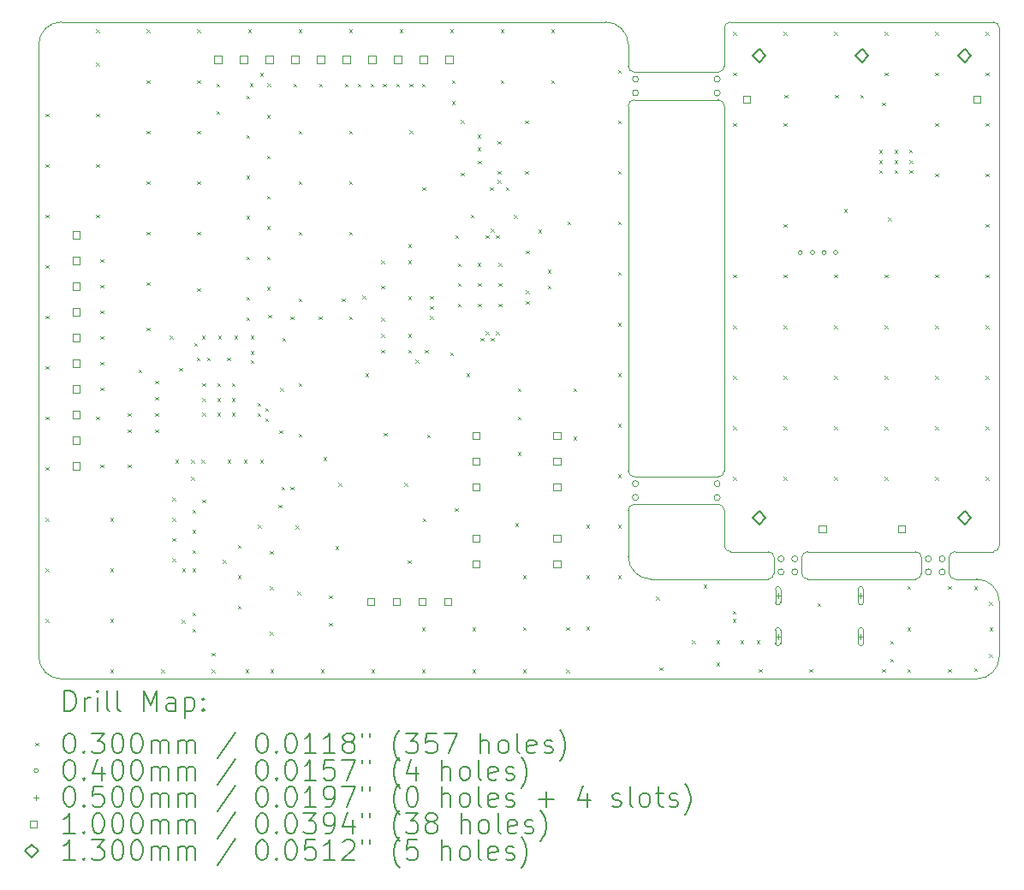
<source format=gbr>
%TF.GenerationSoftware,KiCad,Pcbnew,8.0.5*%
%TF.CreationDate,2024-09-26T23:10:05+07:00*%
%TF.ProjectId,HW.ACIM-DBG,48572e41-4349-44d2-9d44-42472e6b6963,0.1*%
%TF.SameCoordinates,Original*%
%TF.FileFunction,Drillmap*%
%TF.FilePolarity,Positive*%
%FSLAX45Y45*%
G04 Gerber Fmt 4.5, Leading zero omitted, Abs format (unit mm)*
G04 Created by KiCad (PCBNEW 8.0.5) date 2024-09-26 23:10:05*
%MOMM*%
%LPD*%
G01*
G04 APERTURE LIST*
%ADD10C,0.100000*%
%ADD11C,0.200000*%
%ADD12C,0.130000*%
G04 APERTURE END LIST*
D10*
X16577500Y-3525000D02*
X11197500Y-3525000D01*
X17711250Y-8093125D02*
G75*
G02*
X17651250Y-8093125I-30000J0D01*
G01*
X17651250Y-8093125D02*
G75*
G02*
X17711250Y-8093125I30000J0D01*
G01*
X17752500Y-7965000D02*
G75*
G02*
X17692500Y-8025000I-60000J0D01*
G01*
X20035000Y-9037500D02*
G75*
G02*
X19975000Y-8977500I0J60000D01*
G01*
X16903750Y-8229375D02*
G75*
G02*
X16843750Y-8229375I-30000J0D01*
G01*
X16843750Y-8229375D02*
G75*
G02*
X16903750Y-8229375I30000J0D01*
G01*
X11197500Y-10025000D02*
G75*
G02*
X10972500Y-9800000I0J225000D01*
G01*
X16802500Y-4355000D02*
X16802500Y-7965000D01*
X17711250Y-4226875D02*
G75*
G02*
X17651250Y-4226875I-30000J0D01*
G01*
X17651250Y-4226875D02*
G75*
G02*
X17711250Y-4226875I30000J0D01*
G01*
X20035000Y-8765000D02*
X20412500Y-8765000D01*
X18185000Y-9037500D02*
X17027500Y-9037500D01*
X17752500Y-8705000D02*
X17752500Y-8357500D01*
X17692500Y-8297500D02*
X16862500Y-8297500D01*
X17812500Y-8765000D02*
G75*
G02*
X17752500Y-8705000I0J60000D01*
G01*
X19702500Y-8825000D02*
X19702500Y-8977500D01*
X18577500Y-9037500D02*
G75*
G02*
X18517500Y-8977500I0J60000D01*
G01*
X16862500Y-4022500D02*
X17692500Y-4022500D01*
X16577500Y-3525000D02*
G75*
G02*
X16802500Y-3750000I0J-225000D01*
G01*
X16903750Y-8093125D02*
G75*
G02*
X16843750Y-8093125I-30000J0D01*
G01*
X16843750Y-8093125D02*
G75*
G02*
X16903750Y-8093125I30000J0D01*
G01*
X19642500Y-8765000D02*
G75*
G02*
X19702500Y-8825000I0J-60000D01*
G01*
X17752500Y-3962500D02*
X17752500Y-3585000D01*
X19642500Y-9037500D02*
X18577500Y-9037500D01*
X19975000Y-8825000D02*
G75*
G02*
X20035000Y-8765000I60000J0D01*
G01*
X11197500Y-10025000D02*
X20247500Y-10025000D01*
X17692500Y-4295000D02*
X16862500Y-4295000D01*
X17812500Y-8765000D02*
X18185000Y-8765000D01*
X16802500Y-3750000D02*
X16802500Y-3962500D01*
X17711250Y-4090625D02*
G75*
G02*
X17651250Y-4090625I-30000J0D01*
G01*
X17651250Y-4090625D02*
G75*
G02*
X17711250Y-4090625I30000J0D01*
G01*
X17692500Y-4295000D02*
G75*
G02*
X17752500Y-4355000I0J-60000D01*
G01*
X20247500Y-9037500D02*
G75*
G02*
X20472500Y-9262500I0J-225000D01*
G01*
X18245000Y-8825000D02*
X18245000Y-8977500D01*
X19936875Y-8966250D02*
G75*
G02*
X19876875Y-8966250I-30000J0D01*
G01*
X19876875Y-8966250D02*
G75*
G02*
X19936875Y-8966250I30000J0D01*
G01*
X20472500Y-9800000D02*
G75*
G02*
X20247500Y-10025000I-225000J0D01*
G01*
X20472500Y-9800000D02*
X20472500Y-9262500D01*
X19800625Y-8836250D02*
G75*
G02*
X19740625Y-8836250I-30000J0D01*
G01*
X19740625Y-8836250D02*
G75*
G02*
X19800625Y-8836250I30000J0D01*
G01*
X18517500Y-8825000D02*
G75*
G02*
X18577500Y-8765000I60000J0D01*
G01*
X16802500Y-8357500D02*
G75*
G02*
X16862500Y-8297500I60000J0D01*
G01*
X16903750Y-4226875D02*
G75*
G02*
X16843750Y-4226875I-30000J0D01*
G01*
X16843750Y-4226875D02*
G75*
G02*
X16903750Y-4226875I30000J0D01*
G01*
X17752500Y-3962500D02*
G75*
G02*
X17692500Y-4022500I-60000J0D01*
G01*
X16862500Y-8025000D02*
X17692500Y-8025000D01*
X18479375Y-8966250D02*
G75*
G02*
X18419375Y-8966250I-30000J0D01*
G01*
X18419375Y-8966250D02*
G75*
G02*
X18479375Y-8966250I30000J0D01*
G01*
X16802500Y-8357500D02*
X16802500Y-8812500D01*
X17711250Y-8229375D02*
G75*
G02*
X17651250Y-8229375I-30000J0D01*
G01*
X17651250Y-8229375D02*
G75*
G02*
X17711250Y-8229375I30000J0D01*
G01*
X18343125Y-8836250D02*
G75*
G02*
X18283125Y-8836250I-30000J0D01*
G01*
X18283125Y-8836250D02*
G75*
G02*
X18343125Y-8836250I30000J0D01*
G01*
X20247500Y-9037500D02*
X20035000Y-9037500D01*
X17752500Y-7965000D02*
X17752500Y-4355000D01*
X19936875Y-8836250D02*
G75*
G02*
X19876875Y-8836250I-30000J0D01*
G01*
X19876875Y-8836250D02*
G75*
G02*
X19936875Y-8836250I30000J0D01*
G01*
X10972500Y-3750000D02*
X10972500Y-9800000D01*
X18245000Y-8977500D02*
G75*
G02*
X18185000Y-9037500I-60000J0D01*
G01*
X18479375Y-8836250D02*
G75*
G02*
X18419375Y-8836250I-30000J0D01*
G01*
X18419375Y-8836250D02*
G75*
G02*
X18479375Y-8836250I30000J0D01*
G01*
X20412500Y-3525000D02*
G75*
G02*
X20472500Y-3585000I0J-60000D01*
G01*
X10972500Y-3750000D02*
G75*
G02*
X11197500Y-3525000I225000J0D01*
G01*
X18343125Y-8966250D02*
G75*
G02*
X18283125Y-8966250I-30000J0D01*
G01*
X18283125Y-8966250D02*
G75*
G02*
X18343125Y-8966250I30000J0D01*
G01*
X16862500Y-8025000D02*
G75*
G02*
X16802500Y-7965000I0J60000D01*
G01*
X18185000Y-8765000D02*
G75*
G02*
X18245000Y-8825000I0J-60000D01*
G01*
X18577500Y-8765000D02*
X19642500Y-8765000D01*
X19975000Y-8825000D02*
X19975000Y-8977500D01*
X20472500Y-8705000D02*
X20472500Y-3585000D01*
X19702500Y-8977500D02*
G75*
G02*
X19642500Y-9037500I-60000J0D01*
G01*
X20412500Y-3525000D02*
X17812500Y-3525000D01*
X16802500Y-4355000D02*
G75*
G02*
X16862500Y-4295000I60000J0D01*
G01*
X17027500Y-9037500D02*
G75*
G02*
X16802500Y-8812500I0J225000D01*
G01*
X16862500Y-4022500D02*
G75*
G02*
X16802500Y-3962500I0J60000D01*
G01*
X20472500Y-8705000D02*
G75*
G02*
X20412500Y-8765000I-60000J0D01*
G01*
X17692500Y-8297500D02*
G75*
G02*
X17752500Y-8357500I0J-60000D01*
G01*
X17752500Y-3585000D02*
G75*
G02*
X17812500Y-3525000I60000J0D01*
G01*
X18517500Y-8825000D02*
X18517500Y-8977500D01*
X19800625Y-8966250D02*
G75*
G02*
X19740625Y-8966250I-30000J0D01*
G01*
X19740625Y-8966250D02*
G75*
G02*
X19800625Y-8966250I30000J0D01*
G01*
X16903750Y-4090625D02*
G75*
G02*
X16843750Y-4090625I-30000J0D01*
G01*
X16843750Y-4090625D02*
G75*
G02*
X16903750Y-4090625I30000J0D01*
G01*
D11*
D10*
X11041270Y-4430000D02*
X11071270Y-4460000D01*
X11071270Y-4430000D02*
X11041270Y-4460000D01*
X11041270Y-4930000D02*
X11071270Y-4960000D01*
X11071270Y-4930000D02*
X11041270Y-4960000D01*
X11041270Y-5430000D02*
X11071270Y-5460000D01*
X11071270Y-5430000D02*
X11041270Y-5460000D01*
X11041270Y-5930000D02*
X11071270Y-5960000D01*
X11071270Y-5930000D02*
X11041270Y-5960000D01*
X11041270Y-6430000D02*
X11071270Y-6460000D01*
X11071270Y-6430000D02*
X11041270Y-6460000D01*
X11041270Y-6930000D02*
X11071270Y-6960000D01*
X11071270Y-6930000D02*
X11041270Y-6960000D01*
X11041270Y-7430000D02*
X11071270Y-7460000D01*
X11071270Y-7430000D02*
X11041270Y-7460000D01*
X11041270Y-7930000D02*
X11071270Y-7960000D01*
X11071270Y-7930000D02*
X11041270Y-7960000D01*
X11041270Y-8430000D02*
X11071270Y-8460000D01*
X11071270Y-8430000D02*
X11041270Y-8460000D01*
X11041270Y-8930000D02*
X11071270Y-8960000D01*
X11071270Y-8930000D02*
X11041270Y-8960000D01*
X11041270Y-9430000D02*
X11071270Y-9460000D01*
X11071270Y-9430000D02*
X11041270Y-9460000D01*
X11541270Y-3600000D02*
X11571270Y-3630000D01*
X11571270Y-3600000D02*
X11541270Y-3630000D01*
X11541270Y-3930000D02*
X11571270Y-3960000D01*
X11571270Y-3930000D02*
X11541270Y-3960000D01*
X11541270Y-4430000D02*
X11571270Y-4460000D01*
X11571270Y-4430000D02*
X11541270Y-4460000D01*
X11541270Y-4930000D02*
X11571270Y-4960000D01*
X11571270Y-4930000D02*
X11541270Y-4960000D01*
X11541270Y-5430000D02*
X11571270Y-5460000D01*
X11571270Y-5430000D02*
X11541270Y-5460000D01*
X11541270Y-7430000D02*
X11571270Y-7460000D01*
X11571270Y-7430000D02*
X11541270Y-7460000D01*
X11582500Y-5871020D02*
X11612500Y-5901020D01*
X11612500Y-5871020D02*
X11582500Y-5901020D01*
X11582500Y-6125020D02*
X11612500Y-6155020D01*
X11612500Y-6125020D02*
X11582500Y-6155020D01*
X11582500Y-6379020D02*
X11612500Y-6409020D01*
X11612500Y-6379020D02*
X11582500Y-6409020D01*
X11582500Y-6633020D02*
X11612500Y-6663020D01*
X11612500Y-6633020D02*
X11582500Y-6663020D01*
X11582500Y-6887020D02*
X11612500Y-6917020D01*
X11612500Y-6887020D02*
X11582500Y-6917020D01*
X11582500Y-7141020D02*
X11612500Y-7171020D01*
X11612500Y-7141020D02*
X11582500Y-7171020D01*
X11582500Y-7903020D02*
X11612500Y-7933020D01*
X11612500Y-7903020D02*
X11582500Y-7933020D01*
X11681270Y-8430000D02*
X11711270Y-8460000D01*
X11711270Y-8430000D02*
X11681270Y-8460000D01*
X11681270Y-8930000D02*
X11711270Y-8960000D01*
X11711270Y-8930000D02*
X11681270Y-8960000D01*
X11681270Y-9430000D02*
X11711270Y-9460000D01*
X11711270Y-9430000D02*
X11681270Y-9460000D01*
X11681270Y-9930000D02*
X11711270Y-9960000D01*
X11711270Y-9930000D02*
X11681270Y-9960000D01*
X11852500Y-7395020D02*
X11882500Y-7425020D01*
X11882500Y-7395020D02*
X11852500Y-7425020D01*
X11852500Y-7555020D02*
X11882500Y-7585020D01*
X11882500Y-7555020D02*
X11852500Y-7585020D01*
X11852500Y-7903020D02*
X11882500Y-7933020D01*
X11882500Y-7903020D02*
X11852500Y-7933020D01*
X11960000Y-6965020D02*
X11990000Y-6995020D01*
X11990000Y-6965020D02*
X11960000Y-6995020D01*
X12041270Y-3600000D02*
X12071270Y-3630000D01*
X12071270Y-3600000D02*
X12041270Y-3630000D01*
X12041270Y-4100000D02*
X12071270Y-4130000D01*
X12071270Y-4100000D02*
X12041270Y-4130000D01*
X12041270Y-4600000D02*
X12071270Y-4630000D01*
X12071270Y-4600000D02*
X12041270Y-4630000D01*
X12041270Y-5100000D02*
X12071270Y-5130000D01*
X12071270Y-5100000D02*
X12041270Y-5130000D01*
X12041270Y-5600000D02*
X12071270Y-5630000D01*
X12071270Y-5600000D02*
X12041270Y-5630000D01*
X12041270Y-6100000D02*
X12071270Y-6130000D01*
X12071270Y-6100000D02*
X12041270Y-6130000D01*
X12041270Y-6550000D02*
X12071270Y-6580000D01*
X12071270Y-6550000D02*
X12041270Y-6580000D01*
X12122500Y-7075020D02*
X12152500Y-7105020D01*
X12152500Y-7075020D02*
X12122500Y-7105020D01*
X12122500Y-7235020D02*
X12152500Y-7265020D01*
X12152500Y-7235020D02*
X12122500Y-7265020D01*
X12122500Y-7395020D02*
X12152500Y-7425020D01*
X12152500Y-7395020D02*
X12122500Y-7425020D01*
X12122500Y-7555020D02*
X12152500Y-7585020D01*
X12152500Y-7555020D02*
X12122500Y-7585020D01*
X12181270Y-9930000D02*
X12211270Y-9960000D01*
X12211270Y-9930000D02*
X12181270Y-9960000D01*
X12266700Y-6630020D02*
X12296700Y-6660020D01*
X12296700Y-6630020D02*
X12266700Y-6660020D01*
X12291700Y-8230020D02*
X12321700Y-8260020D01*
X12321700Y-8230020D02*
X12291700Y-8260020D01*
X12291700Y-8430020D02*
X12321700Y-8460020D01*
X12321700Y-8430020D02*
X12291700Y-8460020D01*
X12291700Y-8630020D02*
X12321700Y-8660020D01*
X12321700Y-8630020D02*
X12291700Y-8660020D01*
X12291700Y-8830020D02*
X12321700Y-8860020D01*
X12321700Y-8830020D02*
X12291700Y-8860020D01*
X12321270Y-7855000D02*
X12351270Y-7885000D01*
X12351270Y-7855000D02*
X12321270Y-7885000D01*
X12361700Y-6945020D02*
X12391700Y-6975020D01*
X12391700Y-6945020D02*
X12361700Y-6975020D01*
X12386270Y-9440000D02*
X12416270Y-9470000D01*
X12416270Y-9440000D02*
X12386270Y-9470000D01*
X12391700Y-8930020D02*
X12421700Y-8960020D01*
X12421700Y-8930020D02*
X12391700Y-8960020D01*
X12481270Y-7855000D02*
X12511270Y-7885000D01*
X12511270Y-7855000D02*
X12481270Y-7885000D01*
X12481270Y-8027500D02*
X12511270Y-8057500D01*
X12511270Y-8027500D02*
X12481270Y-8057500D01*
X12491270Y-9367500D02*
X12521270Y-9397500D01*
X12521270Y-9367500D02*
X12491270Y-9397500D01*
X12491270Y-9530000D02*
X12521270Y-9560000D01*
X12521270Y-9530000D02*
X12491270Y-9560000D01*
X12491700Y-8350020D02*
X12521700Y-8380020D01*
X12521700Y-8350020D02*
X12491700Y-8380020D01*
X12491700Y-8550020D02*
X12521700Y-8580020D01*
X12521700Y-8550020D02*
X12491700Y-8580020D01*
X12491700Y-8750020D02*
X12521700Y-8780020D01*
X12521700Y-8750020D02*
X12491700Y-8780020D01*
X12491700Y-8930020D02*
X12521700Y-8960020D01*
X12521700Y-8930020D02*
X12491700Y-8960020D01*
X12507500Y-6702520D02*
X12537500Y-6732520D01*
X12537500Y-6702520D02*
X12507500Y-6732520D01*
X12536700Y-6845020D02*
X12566700Y-6875020D01*
X12566700Y-6845020D02*
X12536700Y-6875020D01*
X12541270Y-3600000D02*
X12571270Y-3630000D01*
X12571270Y-3600000D02*
X12541270Y-3630000D01*
X12541270Y-4100000D02*
X12571270Y-4130000D01*
X12571270Y-4100000D02*
X12541270Y-4130000D01*
X12541270Y-4600000D02*
X12571270Y-4630000D01*
X12571270Y-4600000D02*
X12541270Y-4630000D01*
X12541270Y-5100000D02*
X12571270Y-5130000D01*
X12571270Y-5100000D02*
X12541270Y-5130000D01*
X12541270Y-5600000D02*
X12571270Y-5630000D01*
X12571270Y-5600000D02*
X12541270Y-5630000D01*
X12541270Y-6160000D02*
X12571270Y-6190000D01*
X12571270Y-6160000D02*
X12541270Y-6190000D01*
X12581700Y-7855020D02*
X12611700Y-7885020D01*
X12611700Y-7855020D02*
X12581700Y-7885020D01*
X12586700Y-6630020D02*
X12616700Y-6660020D01*
X12616700Y-6630020D02*
X12586700Y-6660020D01*
X12591700Y-7100020D02*
X12621700Y-7130020D01*
X12621700Y-7100020D02*
X12591700Y-7130020D01*
X12591700Y-7245020D02*
X12621700Y-7275020D01*
X12621700Y-7245020D02*
X12591700Y-7275020D01*
X12591700Y-7390020D02*
X12621700Y-7420020D01*
X12621700Y-7390020D02*
X12591700Y-7420020D01*
X12591700Y-8250020D02*
X12621700Y-8280020D01*
X12621700Y-8250020D02*
X12591700Y-8280020D01*
X12636700Y-6845020D02*
X12666700Y-6875020D01*
X12666700Y-6845020D02*
X12636700Y-6875020D01*
X12681270Y-9767500D02*
X12711270Y-9797500D01*
X12711270Y-9767500D02*
X12681270Y-9797500D01*
X12681270Y-9930000D02*
X12711270Y-9960000D01*
X12711270Y-9930000D02*
X12681270Y-9960000D01*
X12728270Y-4135000D02*
X12758270Y-4165000D01*
X12758270Y-4135000D02*
X12728270Y-4165000D01*
X12728270Y-4405000D02*
X12758270Y-4435000D01*
X12758270Y-4405000D02*
X12728270Y-4435000D01*
X12736700Y-7100020D02*
X12766700Y-7130020D01*
X12766700Y-7100020D02*
X12736700Y-7130020D01*
X12736700Y-7245020D02*
X12766700Y-7275020D01*
X12766700Y-7245020D02*
X12736700Y-7275020D01*
X12736700Y-7390020D02*
X12766700Y-7420020D01*
X12766700Y-7390020D02*
X12736700Y-7420020D01*
X12746700Y-6630020D02*
X12776700Y-6660020D01*
X12776700Y-6630020D02*
X12746700Y-6660020D01*
X12791700Y-8845020D02*
X12821700Y-8875020D01*
X12821700Y-8845020D02*
X12791700Y-8875020D01*
X12836700Y-6845020D02*
X12866700Y-6875020D01*
X12866700Y-6845020D02*
X12836700Y-6875020D01*
X12841270Y-7855000D02*
X12871270Y-7885000D01*
X12871270Y-7855000D02*
X12841270Y-7885000D01*
X12881700Y-7100020D02*
X12911700Y-7130020D01*
X12911700Y-7100020D02*
X12881700Y-7130020D01*
X12881700Y-7245020D02*
X12911700Y-7275020D01*
X12911700Y-7245020D02*
X12881700Y-7275020D01*
X12881700Y-7390020D02*
X12911700Y-7420020D01*
X12911700Y-7390020D02*
X12881700Y-7420020D01*
X12906700Y-6630020D02*
X12936700Y-6660020D01*
X12936700Y-6630020D02*
X12906700Y-6660020D01*
X12942438Y-8700000D02*
X12972438Y-8730000D01*
X12972438Y-8700000D02*
X12942438Y-8730000D01*
X12942438Y-9000000D02*
X12972438Y-9030000D01*
X12972438Y-9000000D02*
X12942438Y-9030000D01*
X12942438Y-9300000D02*
X12972438Y-9330000D01*
X12972438Y-9300000D02*
X12942438Y-9330000D01*
X13001270Y-7855000D02*
X13031270Y-7885000D01*
X13031270Y-7855000D02*
X13001270Y-7885000D01*
X13016270Y-9930000D02*
X13046270Y-9960000D01*
X13046270Y-9930000D02*
X13016270Y-9960000D01*
X13027500Y-4255000D02*
X13057500Y-4285000D01*
X13057500Y-4255000D02*
X13027500Y-4285000D01*
X13027500Y-4645000D02*
X13057500Y-4675000D01*
X13057500Y-4645000D02*
X13027500Y-4675000D01*
X13027500Y-5045000D02*
X13057500Y-5075000D01*
X13057500Y-5045000D02*
X13027500Y-5075000D01*
X13027500Y-5445000D02*
X13057500Y-5475000D01*
X13057500Y-5445000D02*
X13027500Y-5475000D01*
X13027500Y-5845000D02*
X13057500Y-5875000D01*
X13057500Y-5845000D02*
X13027500Y-5875000D01*
X13027500Y-6245000D02*
X13057500Y-6275000D01*
X13057500Y-6245000D02*
X13027500Y-6275000D01*
X13027500Y-6445000D02*
X13057500Y-6475000D01*
X13057500Y-6445000D02*
X13027500Y-6475000D01*
X13041270Y-3600000D02*
X13071270Y-3630000D01*
X13071270Y-3600000D02*
X13041270Y-3630000D01*
X13061270Y-4130000D02*
X13091270Y-4160000D01*
X13091270Y-4130000D02*
X13061270Y-4160000D01*
X13066700Y-6630020D02*
X13096700Y-6660020D01*
X13096700Y-6630020D02*
X13066700Y-6660020D01*
X13066700Y-6780020D02*
X13096700Y-6810020D01*
X13096700Y-6780020D02*
X13066700Y-6810020D01*
X13066700Y-6870020D02*
X13096700Y-6900020D01*
X13096700Y-6870020D02*
X13066700Y-6900020D01*
X13136700Y-7295020D02*
X13166700Y-7325020D01*
X13166700Y-7295020D02*
X13136700Y-7325020D01*
X13136700Y-7395020D02*
X13166700Y-7425020D01*
X13166700Y-7395020D02*
X13136700Y-7425020D01*
X13142438Y-8500000D02*
X13172438Y-8530000D01*
X13172438Y-8500000D02*
X13142438Y-8530000D01*
X13161270Y-4030000D02*
X13191270Y-4060000D01*
X13191270Y-4030000D02*
X13161270Y-4060000D01*
X13161270Y-7855000D02*
X13191270Y-7885000D01*
X13191270Y-7855000D02*
X13161270Y-7885000D01*
X13211700Y-7345020D02*
X13241700Y-7375020D01*
X13241700Y-7345020D02*
X13211700Y-7375020D01*
X13211700Y-7445020D02*
X13241700Y-7475020D01*
X13241700Y-7445020D02*
X13211700Y-7475020D01*
X13227500Y-4445000D02*
X13257500Y-4475000D01*
X13257500Y-4445000D02*
X13227500Y-4475000D01*
X13227500Y-4845000D02*
X13257500Y-4875000D01*
X13257500Y-4845000D02*
X13227500Y-4875000D01*
X13227500Y-5245000D02*
X13257500Y-5275000D01*
X13257500Y-5245000D02*
X13227500Y-5275000D01*
X13227500Y-5545000D02*
X13257500Y-5575000D01*
X13257500Y-5545000D02*
X13227500Y-5575000D01*
X13227500Y-5845000D02*
X13257500Y-5875000D01*
X13257500Y-5845000D02*
X13227500Y-5875000D01*
X13227500Y-6145000D02*
X13257500Y-6175000D01*
X13257500Y-6145000D02*
X13227500Y-6175000D01*
X13231270Y-4130000D02*
X13261270Y-4160000D01*
X13261270Y-4130000D02*
X13231270Y-4160000D01*
X13241270Y-6420000D02*
X13271270Y-6450000D01*
X13271270Y-6420000D02*
X13241270Y-6450000D01*
X13260970Y-8759700D02*
X13290970Y-8789700D01*
X13290970Y-8759700D02*
X13260970Y-8789700D01*
X13260970Y-9109700D02*
X13290970Y-9139700D01*
X13290970Y-9109700D02*
X13260970Y-9139700D01*
X13260970Y-9559700D02*
X13290970Y-9589700D01*
X13290970Y-9559700D02*
X13260970Y-9589700D01*
X13261270Y-9930000D02*
X13291270Y-9960000D01*
X13291270Y-9930000D02*
X13261270Y-9960000D01*
X13342438Y-8300000D02*
X13372438Y-8330000D01*
X13372438Y-8300000D02*
X13342438Y-8330000D01*
X13351700Y-7565020D02*
X13381700Y-7595020D01*
X13381700Y-7565020D02*
X13351700Y-7595020D01*
X13361700Y-7145020D02*
X13391700Y-7175020D01*
X13391700Y-7145020D02*
X13361700Y-7175020D01*
X13371700Y-8125020D02*
X13401700Y-8155020D01*
X13401700Y-8125020D02*
X13371700Y-8155020D01*
X13381270Y-6650000D02*
X13411270Y-6680000D01*
X13411270Y-6650000D02*
X13381270Y-6680000D01*
X13461270Y-6440000D02*
X13491270Y-6470000D01*
X13491270Y-6440000D02*
X13461270Y-6470000D01*
X13461700Y-8125020D02*
X13491700Y-8155020D01*
X13491700Y-8125020D02*
X13461700Y-8155020D01*
X13490270Y-4135000D02*
X13520270Y-4165000D01*
X13520270Y-4135000D02*
X13490270Y-4165000D01*
X13510970Y-8509700D02*
X13540970Y-8539700D01*
X13540970Y-8509700D02*
X13510970Y-8539700D01*
X13531270Y-9160000D02*
X13561270Y-9190000D01*
X13561270Y-9160000D02*
X13531270Y-9190000D01*
X13541270Y-3600000D02*
X13571270Y-3630000D01*
X13571270Y-3600000D02*
X13541270Y-3630000D01*
X13541270Y-4600000D02*
X13571270Y-4630000D01*
X13571270Y-4600000D02*
X13541270Y-4630000D01*
X13541270Y-5100000D02*
X13571270Y-5130000D01*
X13571270Y-5100000D02*
X13541270Y-5130000D01*
X13541270Y-5600000D02*
X13571270Y-5630000D01*
X13571270Y-5600000D02*
X13541270Y-5630000D01*
X13541270Y-6260000D02*
X13571270Y-6290000D01*
X13571270Y-6260000D02*
X13541270Y-6290000D01*
X13541270Y-7100000D02*
X13571270Y-7130000D01*
X13571270Y-7100000D02*
X13541270Y-7130000D01*
X13541270Y-7600000D02*
X13571270Y-7630000D01*
X13571270Y-7600000D02*
X13541270Y-7630000D01*
X13741270Y-6440000D02*
X13771270Y-6470000D01*
X13771270Y-6440000D02*
X13741270Y-6470000D01*
X13744270Y-4135000D02*
X13774270Y-4165000D01*
X13774270Y-4135000D02*
X13744270Y-4165000D01*
X13761270Y-9930000D02*
X13791270Y-9960000D01*
X13791270Y-9930000D02*
X13761270Y-9960000D01*
X13786270Y-7830000D02*
X13816270Y-7860000D01*
X13816270Y-7830000D02*
X13786270Y-7860000D01*
X13841270Y-9197500D02*
X13871270Y-9227500D01*
X13871270Y-9197500D02*
X13841270Y-9227500D01*
X13841270Y-9467500D02*
X13871270Y-9497500D01*
X13871270Y-9467500D02*
X13841270Y-9497500D01*
X13906270Y-8710000D02*
X13936270Y-8740000D01*
X13936270Y-8710000D02*
X13906270Y-8740000D01*
X13935970Y-8084700D02*
X13965970Y-8114700D01*
X13965970Y-8084700D02*
X13935970Y-8114700D01*
X13971270Y-6260000D02*
X14001270Y-6290000D01*
X14001270Y-6260000D02*
X13971270Y-6290000D01*
X13998270Y-4135000D02*
X14028270Y-4165000D01*
X14028270Y-4135000D02*
X13998270Y-4165000D01*
X14041270Y-3600000D02*
X14071270Y-3630000D01*
X14071270Y-3600000D02*
X14041270Y-3630000D01*
X14041270Y-4600000D02*
X14071270Y-4630000D01*
X14071270Y-4600000D02*
X14041270Y-4630000D01*
X14041270Y-5100000D02*
X14071270Y-5130000D01*
X14071270Y-5100000D02*
X14041270Y-5130000D01*
X14041270Y-5600000D02*
X14071270Y-5630000D01*
X14071270Y-5600000D02*
X14041270Y-5630000D01*
X14041270Y-6440000D02*
X14071270Y-6470000D01*
X14071270Y-6440000D02*
X14041270Y-6470000D01*
X14127500Y-4135000D02*
X14157500Y-4165000D01*
X14157500Y-4135000D02*
X14127500Y-4165000D01*
X14173386Y-6232886D02*
X14203386Y-6262886D01*
X14203386Y-6232886D02*
X14173386Y-6262886D01*
X14201270Y-7000000D02*
X14231270Y-7030000D01*
X14231270Y-7000000D02*
X14201270Y-7030000D01*
X14252270Y-4135000D02*
X14282270Y-4165000D01*
X14282270Y-4135000D02*
X14252270Y-4165000D01*
X14261270Y-9930000D02*
X14291270Y-9960000D01*
X14291270Y-9930000D02*
X14261270Y-9960000D01*
X14357500Y-5885000D02*
X14387500Y-5915000D01*
X14387500Y-5885000D02*
X14357500Y-5915000D01*
X14357500Y-6450000D02*
X14387500Y-6480000D01*
X14387500Y-6450000D02*
X14357500Y-6480000D01*
X14357500Y-6610000D02*
X14387500Y-6640000D01*
X14387500Y-6610000D02*
X14357500Y-6640000D01*
X14357500Y-6770000D02*
X14387500Y-6800000D01*
X14387500Y-6770000D02*
X14357500Y-6800000D01*
X14358386Y-6135000D02*
X14388386Y-6165000D01*
X14388386Y-6135000D02*
X14358386Y-6165000D01*
X14377500Y-4135000D02*
X14407500Y-4165000D01*
X14407500Y-4135000D02*
X14377500Y-4165000D01*
X14383750Y-7591250D02*
X14413750Y-7621250D01*
X14413750Y-7591250D02*
X14383750Y-7621250D01*
X14507500Y-4135000D02*
X14537500Y-4165000D01*
X14537500Y-4135000D02*
X14507500Y-4165000D01*
X14541270Y-3600000D02*
X14571270Y-3630000D01*
X14571270Y-3600000D02*
X14541270Y-3630000D01*
X14585970Y-8084700D02*
X14615970Y-8114700D01*
X14615970Y-8084700D02*
X14585970Y-8114700D01*
X14621270Y-8850000D02*
X14651270Y-8880000D01*
X14651270Y-8850000D02*
X14621270Y-8880000D01*
X14627500Y-5725000D02*
X14657500Y-5755000D01*
X14657500Y-5725000D02*
X14627500Y-5755000D01*
X14627500Y-5885000D02*
X14657500Y-5915000D01*
X14657500Y-5885000D02*
X14627500Y-5915000D01*
X14627500Y-6240000D02*
X14657500Y-6270000D01*
X14657500Y-6240000D02*
X14627500Y-6270000D01*
X14627500Y-6610000D02*
X14657500Y-6640000D01*
X14657500Y-6610000D02*
X14627500Y-6640000D01*
X14627500Y-6770000D02*
X14657500Y-6800000D01*
X14657500Y-6770000D02*
X14627500Y-6800000D01*
X14637500Y-4135000D02*
X14667500Y-4165000D01*
X14667500Y-4135000D02*
X14637500Y-4165000D01*
X14637500Y-4595000D02*
X14667500Y-4625000D01*
X14667500Y-4595000D02*
X14637500Y-4625000D01*
X14700000Y-6865000D02*
X14730000Y-6895000D01*
X14730000Y-6865000D02*
X14700000Y-6895000D01*
X14760270Y-4135000D02*
X14790270Y-4165000D01*
X14790270Y-4135000D02*
X14760270Y-4165000D01*
X14761270Y-9515000D02*
X14791270Y-9545000D01*
X14791270Y-9515000D02*
X14761270Y-9545000D01*
X14761270Y-9930000D02*
X14791270Y-9960000D01*
X14791270Y-9930000D02*
X14761270Y-9960000D01*
X14767500Y-5160000D02*
X14797500Y-5190000D01*
X14797500Y-5160000D02*
X14767500Y-5190000D01*
X14768750Y-8436250D02*
X14798750Y-8466250D01*
X14798750Y-8436250D02*
X14768750Y-8466250D01*
X14790000Y-6770000D02*
X14820000Y-6800000D01*
X14820000Y-6770000D02*
X14790000Y-6800000D01*
X14811270Y-7605000D02*
X14841270Y-7635000D01*
X14841270Y-7605000D02*
X14811270Y-7635000D01*
X14842500Y-6235000D02*
X14872500Y-6265000D01*
X14872500Y-6235000D02*
X14842500Y-6265000D01*
X14842500Y-6335000D02*
X14872500Y-6365000D01*
X14872500Y-6335000D02*
X14842500Y-6365000D01*
X14842500Y-6435000D02*
X14872500Y-6465000D01*
X14872500Y-6435000D02*
X14842500Y-6465000D01*
X15041270Y-3600000D02*
X15071270Y-3630000D01*
X15071270Y-3600000D02*
X15041270Y-3630000D01*
X15042500Y-6792500D02*
X15072500Y-6822500D01*
X15072500Y-6792500D02*
X15042500Y-6822500D01*
X15057500Y-4100000D02*
X15087500Y-4130000D01*
X15087500Y-4100000D02*
X15057500Y-4130000D01*
X15057500Y-4310000D02*
X15087500Y-4340000D01*
X15087500Y-4310000D02*
X15057500Y-4340000D01*
X15085970Y-8334700D02*
X15115970Y-8364700D01*
X15115970Y-8334700D02*
X15085970Y-8364700D01*
X15092500Y-5635000D02*
X15122500Y-5665000D01*
X15122500Y-5635000D02*
X15092500Y-5665000D01*
X15117500Y-5915000D02*
X15147500Y-5945000D01*
X15147500Y-5915000D02*
X15117500Y-5945000D01*
X15117500Y-6110000D02*
X15147500Y-6140000D01*
X15147500Y-6110000D02*
X15117500Y-6140000D01*
X15117500Y-6310000D02*
X15147500Y-6340000D01*
X15147500Y-6310000D02*
X15117500Y-6340000D01*
X15147500Y-4495000D02*
X15177500Y-4525000D01*
X15177500Y-4495000D02*
X15147500Y-4525000D01*
X15147500Y-5015000D02*
X15177500Y-5045000D01*
X15177500Y-5015000D02*
X15147500Y-5045000D01*
X15201270Y-7000000D02*
X15231270Y-7030000D01*
X15231270Y-7000000D02*
X15201270Y-7030000D01*
X15242500Y-5430000D02*
X15272500Y-5460000D01*
X15272500Y-5430000D02*
X15242500Y-5460000D01*
X15261270Y-9515000D02*
X15291270Y-9545000D01*
X15291270Y-9515000D02*
X15261270Y-9545000D01*
X15261270Y-9930000D02*
X15291270Y-9960000D01*
X15291270Y-9930000D02*
X15261270Y-9960000D01*
X15312500Y-4637500D02*
X15342500Y-4667500D01*
X15342500Y-4637500D02*
X15312500Y-4667500D01*
X15312500Y-4767500D02*
X15342500Y-4797500D01*
X15342500Y-4767500D02*
X15312500Y-4797500D01*
X15312500Y-5910000D02*
X15342500Y-5940000D01*
X15342500Y-5910000D02*
X15312500Y-5940000D01*
X15317500Y-4897500D02*
X15347500Y-4927500D01*
X15347500Y-4897500D02*
X15317500Y-4927500D01*
X15317500Y-6110000D02*
X15347500Y-6140000D01*
X15347500Y-6110000D02*
X15317500Y-6140000D01*
X15317500Y-6310000D02*
X15347500Y-6340000D01*
X15347500Y-6310000D02*
X15317500Y-6340000D01*
X15342500Y-6650000D02*
X15372500Y-6680000D01*
X15372500Y-6650000D02*
X15342500Y-6680000D01*
X15392500Y-5635000D02*
X15422500Y-5665000D01*
X15422500Y-5635000D02*
X15392500Y-5665000D01*
X15392500Y-6585000D02*
X15422500Y-6615000D01*
X15422500Y-6585000D02*
X15392500Y-6615000D01*
X15432500Y-5160000D02*
X15462500Y-5190000D01*
X15462500Y-5160000D02*
X15432500Y-5190000D01*
X15442500Y-5570000D02*
X15472500Y-5600000D01*
X15472500Y-5570000D02*
X15442500Y-5600000D01*
X15442500Y-6650000D02*
X15472500Y-6680000D01*
X15472500Y-6650000D02*
X15442500Y-6680000D01*
X15492500Y-5635000D02*
X15522500Y-5665000D01*
X15522500Y-5635000D02*
X15492500Y-5665000D01*
X15492500Y-6585000D02*
X15522500Y-6615000D01*
X15522500Y-6585000D02*
X15492500Y-6615000D01*
X15512500Y-4702500D02*
X15542500Y-4732500D01*
X15542500Y-4702500D02*
X15512500Y-4732500D01*
X15512500Y-5000000D02*
X15542500Y-5030000D01*
X15542500Y-5000000D02*
X15512500Y-5030000D01*
X15512500Y-5087500D02*
X15542500Y-5117500D01*
X15542500Y-5087500D02*
X15512500Y-5117500D01*
X15517500Y-5910000D02*
X15547500Y-5940000D01*
X15547500Y-5910000D02*
X15517500Y-5940000D01*
X15517500Y-6110000D02*
X15547500Y-6140000D01*
X15547500Y-6110000D02*
X15517500Y-6140000D01*
X15517500Y-6310000D02*
X15547500Y-6340000D01*
X15547500Y-6310000D02*
X15517500Y-6340000D01*
X15541270Y-3600000D02*
X15571270Y-3630000D01*
X15571270Y-3600000D02*
X15541270Y-3630000D01*
X15541270Y-4100000D02*
X15571270Y-4130000D01*
X15571270Y-4100000D02*
X15541270Y-4130000D01*
X15592500Y-5160000D02*
X15622500Y-5190000D01*
X15622500Y-5160000D02*
X15592500Y-5190000D01*
X15672500Y-5435000D02*
X15702500Y-5465000D01*
X15702500Y-5435000D02*
X15672500Y-5465000D01*
X15685970Y-8484700D02*
X15715970Y-8514700D01*
X15715970Y-8484700D02*
X15685970Y-8514700D01*
X15711270Y-7150000D02*
X15741270Y-7180000D01*
X15741270Y-7150000D02*
X15711270Y-7180000D01*
X15711270Y-7430000D02*
X15741270Y-7460000D01*
X15741270Y-7430000D02*
X15711270Y-7460000D01*
X15711270Y-7780000D02*
X15741270Y-7810000D01*
X15741270Y-7780000D02*
X15711270Y-7810000D01*
X15761270Y-9000000D02*
X15791270Y-9030000D01*
X15791270Y-9000000D02*
X15761270Y-9030000D01*
X15761270Y-9510000D02*
X15791270Y-9540000D01*
X15791270Y-9510000D02*
X15761270Y-9540000D01*
X15761270Y-9930000D02*
X15791270Y-9960000D01*
X15791270Y-9930000D02*
X15761270Y-9960000D01*
X15781270Y-4500000D02*
X15811270Y-4530000D01*
X15811270Y-4500000D02*
X15781270Y-4530000D01*
X15782500Y-5000000D02*
X15812500Y-5030000D01*
X15812500Y-5000000D02*
X15782500Y-5030000D01*
X15792500Y-5785000D02*
X15822500Y-5815000D01*
X15822500Y-5785000D02*
X15792500Y-5815000D01*
X15792500Y-6180000D02*
X15822500Y-6210000D01*
X15822500Y-6180000D02*
X15792500Y-6210000D01*
X15792500Y-6285000D02*
X15822500Y-6315000D01*
X15822500Y-6285000D02*
X15792500Y-6315000D01*
X15912500Y-5577500D02*
X15942500Y-5607500D01*
X15942500Y-5577500D02*
X15912500Y-5607500D01*
X16007500Y-5975000D02*
X16037500Y-6005000D01*
X16037500Y-5975000D02*
X16007500Y-6005000D01*
X16007500Y-6135000D02*
X16037500Y-6165000D01*
X16037500Y-6135000D02*
X16007500Y-6165000D01*
X16041270Y-3600000D02*
X16071270Y-3630000D01*
X16071270Y-3600000D02*
X16041270Y-3630000D01*
X16041270Y-4100000D02*
X16071270Y-4130000D01*
X16071270Y-4100000D02*
X16041270Y-4130000D01*
X16186270Y-9510000D02*
X16216270Y-9540000D01*
X16216270Y-9510000D02*
X16186270Y-9540000D01*
X16186270Y-9930000D02*
X16216270Y-9960000D01*
X16216270Y-9930000D02*
X16186270Y-9960000D01*
X16201270Y-5500000D02*
X16231270Y-5530000D01*
X16231270Y-5500000D02*
X16201270Y-5530000D01*
X16261270Y-7150000D02*
X16291270Y-7180000D01*
X16291270Y-7150000D02*
X16261270Y-7180000D01*
X16261270Y-7630000D02*
X16291270Y-7660000D01*
X16291270Y-7630000D02*
X16261270Y-7660000D01*
X16385970Y-8499700D02*
X16415970Y-8529700D01*
X16415970Y-8499700D02*
X16385970Y-8529700D01*
X16385970Y-8999700D02*
X16415970Y-9029700D01*
X16415970Y-8999700D02*
X16385970Y-9029700D01*
X16385970Y-9509700D02*
X16415970Y-9539700D01*
X16415970Y-9509700D02*
X16385970Y-9539700D01*
X16701270Y-4000000D02*
X16731270Y-4030000D01*
X16731270Y-4000000D02*
X16701270Y-4030000D01*
X16701270Y-4500000D02*
X16731270Y-4530000D01*
X16731270Y-4500000D02*
X16701270Y-4530000D01*
X16701270Y-5000000D02*
X16731270Y-5030000D01*
X16731270Y-5000000D02*
X16701270Y-5030000D01*
X16701270Y-5500000D02*
X16731270Y-5530000D01*
X16731270Y-5500000D02*
X16701270Y-5530000D01*
X16701270Y-6000000D02*
X16731270Y-6030000D01*
X16731270Y-6000000D02*
X16701270Y-6030000D01*
X16701270Y-6500000D02*
X16731270Y-6530000D01*
X16731270Y-6500000D02*
X16701270Y-6530000D01*
X16701270Y-7000000D02*
X16731270Y-7030000D01*
X16731270Y-7000000D02*
X16701270Y-7030000D01*
X16701270Y-7500000D02*
X16731270Y-7530000D01*
X16731270Y-7500000D02*
X16701270Y-7530000D01*
X16701270Y-8000000D02*
X16731270Y-8030000D01*
X16731270Y-8000000D02*
X16701270Y-8030000D01*
X16701270Y-8500000D02*
X16731270Y-8530000D01*
X16731270Y-8500000D02*
X16701270Y-8530000D01*
X16701270Y-9000000D02*
X16731270Y-9030000D01*
X16731270Y-9000000D02*
X16701270Y-9030000D01*
X17077439Y-9212791D02*
X17107439Y-9242791D01*
X17107439Y-9212791D02*
X17077439Y-9242791D01*
X17110635Y-9909365D02*
X17140635Y-9939365D01*
X17140635Y-9909365D02*
X17110635Y-9939365D01*
X17432510Y-9643010D02*
X17462510Y-9673010D01*
X17462510Y-9643010D02*
X17432510Y-9673010D01*
X17547439Y-9092791D02*
X17577439Y-9122791D01*
X17577439Y-9092791D02*
X17547439Y-9122791D01*
X17672510Y-9643010D02*
X17702510Y-9673010D01*
X17702510Y-9643010D02*
X17672510Y-9673010D01*
X17672510Y-9863010D02*
X17702510Y-9893010D01*
X17702510Y-9863010D02*
X17672510Y-9893010D01*
X17835010Y-9350439D02*
X17865010Y-9380439D01*
X17865010Y-9350439D02*
X17835010Y-9380439D01*
X17835010Y-9430439D02*
X17865010Y-9460439D01*
X17865010Y-9430439D02*
X17835010Y-9460439D01*
X17837500Y-3625000D02*
X17867500Y-3655000D01*
X17867500Y-3625000D02*
X17837500Y-3655000D01*
X17837500Y-4025000D02*
X17867500Y-4055000D01*
X17867500Y-4025000D02*
X17837500Y-4055000D01*
X17837500Y-4525000D02*
X17867500Y-4555000D01*
X17867500Y-4525000D02*
X17837500Y-4555000D01*
X17837500Y-6025000D02*
X17867500Y-6055000D01*
X17867500Y-6025000D02*
X17837500Y-6055000D01*
X17837500Y-6525000D02*
X17867500Y-6555000D01*
X17867500Y-6525000D02*
X17837500Y-6555000D01*
X17837500Y-7025000D02*
X17867500Y-7055000D01*
X17867500Y-7025000D02*
X17837500Y-7055000D01*
X17837500Y-7525000D02*
X17867500Y-7555000D01*
X17867500Y-7525000D02*
X17837500Y-7555000D01*
X17837500Y-8025000D02*
X17867500Y-8055000D01*
X17867500Y-8025000D02*
X17837500Y-8055000D01*
X17912510Y-9643010D02*
X17942510Y-9673010D01*
X17942510Y-9643010D02*
X17912510Y-9673010D01*
X18072510Y-9643010D02*
X18102510Y-9673010D01*
X18102510Y-9643010D02*
X18072510Y-9673010D01*
X18093750Y-9926250D02*
X18123750Y-9956250D01*
X18123750Y-9926250D02*
X18093750Y-9956250D01*
X18337500Y-3625000D02*
X18367500Y-3655000D01*
X18367500Y-3625000D02*
X18337500Y-3655000D01*
X18337500Y-4525000D02*
X18367500Y-4555000D01*
X18367500Y-4525000D02*
X18337500Y-4555000D01*
X18337500Y-5525000D02*
X18367500Y-5555000D01*
X18367500Y-5525000D02*
X18337500Y-5555000D01*
X18337500Y-6025000D02*
X18367500Y-6055000D01*
X18367500Y-6025000D02*
X18337500Y-6055000D01*
X18337500Y-6525000D02*
X18367500Y-6555000D01*
X18367500Y-6525000D02*
X18337500Y-6555000D01*
X18337500Y-7025000D02*
X18367500Y-7055000D01*
X18367500Y-7025000D02*
X18337500Y-7055000D01*
X18337500Y-7525000D02*
X18367500Y-7555000D01*
X18367500Y-7525000D02*
X18337500Y-7555000D01*
X18337500Y-8025000D02*
X18367500Y-8055000D01*
X18367500Y-8025000D02*
X18337500Y-8055000D01*
X18347500Y-4244000D02*
X18377500Y-4274000D01*
X18377500Y-4244000D02*
X18347500Y-4274000D01*
X18593750Y-9926250D02*
X18623750Y-9956250D01*
X18623750Y-9926250D02*
X18593750Y-9956250D01*
X18673750Y-9276250D02*
X18703750Y-9306250D01*
X18703750Y-9276250D02*
X18673750Y-9306250D01*
X18837500Y-3625000D02*
X18867500Y-3655000D01*
X18867500Y-3625000D02*
X18837500Y-3655000D01*
X18837500Y-6025000D02*
X18867500Y-6055000D01*
X18867500Y-6025000D02*
X18837500Y-6055000D01*
X18837500Y-6525000D02*
X18867500Y-6555000D01*
X18867500Y-6525000D02*
X18837500Y-6555000D01*
X18837500Y-7025000D02*
X18867500Y-7055000D01*
X18867500Y-7025000D02*
X18837500Y-7055000D01*
X18837500Y-7525000D02*
X18867500Y-7555000D01*
X18867500Y-7525000D02*
X18837500Y-7555000D01*
X18837500Y-8025000D02*
X18867500Y-8055000D01*
X18867500Y-8025000D02*
X18837500Y-8055000D01*
X18847500Y-4244000D02*
X18877500Y-4274000D01*
X18877500Y-4244000D02*
X18847500Y-4274000D01*
X18937500Y-5375000D02*
X18967500Y-5405000D01*
X18967500Y-5375000D02*
X18937500Y-5405000D01*
X19097500Y-4244000D02*
X19127500Y-4274000D01*
X19127500Y-4244000D02*
X19097500Y-4274000D01*
X19284000Y-4791500D02*
X19314000Y-4821500D01*
X19314000Y-4791500D02*
X19284000Y-4821500D01*
X19284000Y-4891500D02*
X19314000Y-4921500D01*
X19314000Y-4891500D02*
X19284000Y-4921500D01*
X19284000Y-4991500D02*
X19314000Y-5021500D01*
X19314000Y-4991500D02*
X19284000Y-5021500D01*
X19312500Y-4321500D02*
X19342500Y-4351500D01*
X19342500Y-4321500D02*
X19312500Y-4351500D01*
X19313750Y-9926250D02*
X19343750Y-9956250D01*
X19343750Y-9926250D02*
X19313750Y-9956250D01*
X19337500Y-3625000D02*
X19367500Y-3655000D01*
X19367500Y-3625000D02*
X19337500Y-3655000D01*
X19337500Y-4025000D02*
X19367500Y-4055000D01*
X19367500Y-4025000D02*
X19337500Y-4055000D01*
X19337500Y-6025000D02*
X19367500Y-6055000D01*
X19367500Y-6025000D02*
X19337500Y-6055000D01*
X19337500Y-6525000D02*
X19367500Y-6555000D01*
X19367500Y-6525000D02*
X19337500Y-6555000D01*
X19337500Y-7025000D02*
X19367500Y-7055000D01*
X19367500Y-7025000D02*
X19337500Y-7055000D01*
X19337500Y-7525000D02*
X19367500Y-7555000D01*
X19367500Y-7525000D02*
X19337500Y-7555000D01*
X19337500Y-8025000D02*
X19367500Y-8055000D01*
X19367500Y-8025000D02*
X19337500Y-8055000D01*
X19370500Y-5461500D02*
X19400500Y-5491500D01*
X19400500Y-5461500D02*
X19370500Y-5491500D01*
X19393750Y-9646250D02*
X19423750Y-9676250D01*
X19423750Y-9646250D02*
X19393750Y-9676250D01*
X19393750Y-9826250D02*
X19423750Y-9856250D01*
X19423750Y-9826250D02*
X19393750Y-9856250D01*
X19434000Y-4791500D02*
X19464000Y-4821500D01*
X19464000Y-4791500D02*
X19434000Y-4821500D01*
X19434000Y-4891500D02*
X19464000Y-4921500D01*
X19464000Y-4891500D02*
X19434000Y-4921500D01*
X19434000Y-4991500D02*
X19464000Y-5021500D01*
X19464000Y-4991500D02*
X19434000Y-5021500D01*
X19563750Y-9106250D02*
X19593750Y-9136250D01*
X19593750Y-9106250D02*
X19563750Y-9136250D01*
X19563750Y-9516250D02*
X19593750Y-9546250D01*
X19593750Y-9516250D02*
X19563750Y-9546250D01*
X19563750Y-9926250D02*
X19593750Y-9956250D01*
X19593750Y-9926250D02*
X19563750Y-9956250D01*
X19580750Y-4788250D02*
X19610750Y-4818250D01*
X19610750Y-4788250D02*
X19580750Y-4818250D01*
X19584000Y-4891500D02*
X19614000Y-4921500D01*
X19614000Y-4891500D02*
X19584000Y-4921500D01*
X19584000Y-4991500D02*
X19614000Y-5021500D01*
X19614000Y-4991500D02*
X19584000Y-5021500D01*
X19837500Y-3625000D02*
X19867500Y-3655000D01*
X19867500Y-3625000D02*
X19837500Y-3655000D01*
X19837500Y-4025000D02*
X19867500Y-4055000D01*
X19867500Y-4025000D02*
X19837500Y-4055000D01*
X19837500Y-4525000D02*
X19867500Y-4555000D01*
X19867500Y-4525000D02*
X19837500Y-4555000D01*
X19837500Y-5025000D02*
X19867500Y-5055000D01*
X19867500Y-5025000D02*
X19837500Y-5055000D01*
X19837500Y-6025000D02*
X19867500Y-6055000D01*
X19867500Y-6025000D02*
X19837500Y-6055000D01*
X19837500Y-6525000D02*
X19867500Y-6555000D01*
X19867500Y-6525000D02*
X19837500Y-6555000D01*
X19837500Y-7025000D02*
X19867500Y-7055000D01*
X19867500Y-7025000D02*
X19837500Y-7055000D01*
X19837500Y-7525000D02*
X19867500Y-7555000D01*
X19867500Y-7525000D02*
X19837500Y-7555000D01*
X19837500Y-8025000D02*
X19867500Y-8055000D01*
X19867500Y-8025000D02*
X19837500Y-8055000D01*
X19963750Y-9106250D02*
X19993750Y-9136250D01*
X19993750Y-9106250D02*
X19963750Y-9136250D01*
X19963750Y-9926250D02*
X19993750Y-9956250D01*
X19993750Y-9926250D02*
X19963750Y-9956250D01*
X20221270Y-9110000D02*
X20251270Y-9140000D01*
X20251270Y-9110000D02*
X20221270Y-9140000D01*
X20221270Y-9920000D02*
X20251270Y-9950000D01*
X20251270Y-9920000D02*
X20221270Y-9950000D01*
X20337500Y-3625000D02*
X20367500Y-3655000D01*
X20367500Y-3625000D02*
X20337500Y-3655000D01*
X20337500Y-4025000D02*
X20367500Y-4055000D01*
X20367500Y-4025000D02*
X20337500Y-4055000D01*
X20337500Y-4525000D02*
X20367500Y-4555000D01*
X20367500Y-4525000D02*
X20337500Y-4555000D01*
X20337500Y-5025000D02*
X20367500Y-5055000D01*
X20367500Y-5025000D02*
X20337500Y-5055000D01*
X20337500Y-5525000D02*
X20367500Y-5555000D01*
X20367500Y-5525000D02*
X20337500Y-5555000D01*
X20337500Y-6025000D02*
X20367500Y-6055000D01*
X20367500Y-6025000D02*
X20337500Y-6055000D01*
X20337500Y-6525000D02*
X20367500Y-6555000D01*
X20367500Y-6525000D02*
X20337500Y-6555000D01*
X20337500Y-7025000D02*
X20367500Y-7055000D01*
X20367500Y-7025000D02*
X20337500Y-7055000D01*
X20337500Y-7525000D02*
X20367500Y-7555000D01*
X20367500Y-7525000D02*
X20337500Y-7555000D01*
X20337500Y-8025000D02*
X20367500Y-8055000D01*
X20367500Y-8025000D02*
X20337500Y-8055000D01*
X20371270Y-9260000D02*
X20401270Y-9290000D01*
X20401270Y-9260000D02*
X20371270Y-9290000D01*
X20371270Y-9780000D02*
X20401270Y-9810000D01*
X20401270Y-9780000D02*
X20371270Y-9810000D01*
X20373750Y-9516250D02*
X20403750Y-9546250D01*
X20403750Y-9516250D02*
X20373750Y-9546250D01*
X18524000Y-5806500D02*
G75*
G02*
X18484000Y-5806500I-20000J0D01*
G01*
X18484000Y-5806500D02*
G75*
G02*
X18524000Y-5806500I20000J0D01*
G01*
X18644000Y-5806500D02*
G75*
G02*
X18604000Y-5806500I-20000J0D01*
G01*
X18604000Y-5806500D02*
G75*
G02*
X18644000Y-5806500I20000J0D01*
G01*
X18759000Y-5806500D02*
G75*
G02*
X18719000Y-5806500I-20000J0D01*
G01*
X18719000Y-5806500D02*
G75*
G02*
X18759000Y-5806500I20000J0D01*
G01*
X18874000Y-5806500D02*
G75*
G02*
X18834000Y-5806500I-20000J0D01*
G01*
X18834000Y-5806500D02*
G75*
G02*
X18874000Y-5806500I20000J0D01*
G01*
X18282510Y-9177510D02*
X18282510Y-9227510D01*
X18257510Y-9202510D02*
X18307510Y-9202510D01*
X18257510Y-9137510D02*
X18257510Y-9267510D01*
X18307510Y-9267510D02*
G75*
G02*
X18257510Y-9267510I-25000J0D01*
G01*
X18307510Y-9267510D02*
X18307510Y-9137510D01*
X18307510Y-9137510D02*
G75*
G03*
X18257510Y-9137510I-25000J0D01*
G01*
X18282510Y-9582510D02*
X18282510Y-9632510D01*
X18257510Y-9607510D02*
X18307510Y-9607510D01*
X18257510Y-9542510D02*
X18257510Y-9672510D01*
X18307510Y-9672510D02*
G75*
G02*
X18257510Y-9672510I-25000J0D01*
G01*
X18307510Y-9672510D02*
X18307510Y-9542510D01*
X18307510Y-9542510D02*
G75*
G03*
X18257510Y-9542510I-25000J0D01*
G01*
X19102510Y-9177510D02*
X19102510Y-9227510D01*
X19077510Y-9202510D02*
X19127510Y-9202510D01*
X19077510Y-9137510D02*
X19077510Y-9267510D01*
X19127510Y-9267510D02*
G75*
G02*
X19077510Y-9267510I-25000J0D01*
G01*
X19127510Y-9267510D02*
X19127510Y-9137510D01*
X19127510Y-9137510D02*
G75*
G03*
X19077510Y-9137510I-25000J0D01*
G01*
X19102510Y-9582510D02*
X19102510Y-9632510D01*
X19077510Y-9607510D02*
X19127510Y-9607510D01*
X19077510Y-9542510D02*
X19077510Y-9672510D01*
X19127510Y-9672510D02*
G75*
G02*
X19077510Y-9672510I-25000J0D01*
G01*
X19127510Y-9672510D02*
X19127510Y-9542510D01*
X19127510Y-9542510D02*
G75*
G03*
X19077510Y-9542510I-25000J0D01*
G01*
X11377856Y-5667376D02*
X11377856Y-5596664D01*
X11307144Y-5596664D01*
X11307144Y-5667376D01*
X11377856Y-5667376D01*
X11377856Y-5921376D02*
X11377856Y-5850664D01*
X11307144Y-5850664D01*
X11307144Y-5921376D01*
X11377856Y-5921376D01*
X11377856Y-6175376D02*
X11377856Y-6104664D01*
X11307144Y-6104664D01*
X11307144Y-6175376D01*
X11377856Y-6175376D01*
X11377856Y-6429376D02*
X11377856Y-6358664D01*
X11307144Y-6358664D01*
X11307144Y-6429376D01*
X11377856Y-6429376D01*
X11377856Y-6683376D02*
X11377856Y-6612664D01*
X11307144Y-6612664D01*
X11307144Y-6683376D01*
X11377856Y-6683376D01*
X11377856Y-6937376D02*
X11377856Y-6866664D01*
X11307144Y-6866664D01*
X11307144Y-6937376D01*
X11377856Y-6937376D01*
X11377856Y-7191376D02*
X11377856Y-7120664D01*
X11307144Y-7120664D01*
X11307144Y-7191376D01*
X11377856Y-7191376D01*
X11377856Y-7445376D02*
X11377856Y-7374664D01*
X11307144Y-7374664D01*
X11307144Y-7445376D01*
X11377856Y-7445376D01*
X11377856Y-7699376D02*
X11377856Y-7628664D01*
X11307144Y-7628664D01*
X11307144Y-7699376D01*
X11377856Y-7699376D01*
X11377856Y-7953376D02*
X11377856Y-7882664D01*
X11307144Y-7882664D01*
X11307144Y-7953376D01*
X11377856Y-7953376D01*
X12778626Y-3930356D02*
X12778626Y-3859644D01*
X12707914Y-3859644D01*
X12707914Y-3930356D01*
X12778626Y-3930356D01*
X13032626Y-3930356D02*
X13032626Y-3859644D01*
X12961914Y-3859644D01*
X12961914Y-3930356D01*
X13032626Y-3930356D01*
X13286626Y-3930356D02*
X13286626Y-3859644D01*
X13215914Y-3859644D01*
X13215914Y-3930356D01*
X13286626Y-3930356D01*
X13540626Y-3930356D02*
X13540626Y-3859644D01*
X13469914Y-3859644D01*
X13469914Y-3930356D01*
X13540626Y-3930356D01*
X13794626Y-3930356D02*
X13794626Y-3859644D01*
X13723914Y-3859644D01*
X13723914Y-3930356D01*
X13794626Y-3930356D01*
X14048626Y-3930356D02*
X14048626Y-3859644D01*
X13977914Y-3859644D01*
X13977914Y-3930356D01*
X14048626Y-3930356D01*
X14290626Y-9292856D02*
X14290626Y-9222144D01*
X14219914Y-9222144D01*
X14219914Y-9292856D01*
X14290626Y-9292856D01*
X14302626Y-3930356D02*
X14302626Y-3859644D01*
X14231914Y-3859644D01*
X14231914Y-3930356D01*
X14302626Y-3930356D01*
X14544626Y-9292856D02*
X14544626Y-9222144D01*
X14473914Y-9222144D01*
X14473914Y-9292856D01*
X14544626Y-9292856D01*
X14556626Y-3930356D02*
X14556626Y-3859644D01*
X14485914Y-3859644D01*
X14485914Y-3930356D01*
X14556626Y-3930356D01*
X14798626Y-9292856D02*
X14798626Y-9222144D01*
X14727914Y-9222144D01*
X14727914Y-9292856D01*
X14798626Y-9292856D01*
X14810626Y-3930356D02*
X14810626Y-3859644D01*
X14739914Y-3859644D01*
X14739914Y-3930356D01*
X14810626Y-3930356D01*
X15052626Y-9292856D02*
X15052626Y-9222144D01*
X14981914Y-9222144D01*
X14981914Y-9292856D01*
X15052626Y-9292856D01*
X15064626Y-3930356D02*
X15064626Y-3859644D01*
X14993914Y-3859644D01*
X14993914Y-3930356D01*
X15064626Y-3930356D01*
X15334106Y-7651606D02*
X15334106Y-7580894D01*
X15263394Y-7580894D01*
X15263394Y-7651606D01*
X15334106Y-7651606D01*
X15334106Y-7905606D02*
X15334106Y-7834894D01*
X15263394Y-7834894D01*
X15263394Y-7905606D01*
X15334106Y-7905606D01*
X15334106Y-8159606D02*
X15334106Y-8088894D01*
X15263394Y-8088894D01*
X15263394Y-8159606D01*
X15334106Y-8159606D01*
X15334106Y-8667606D02*
X15334106Y-8596894D01*
X15263394Y-8596894D01*
X15263394Y-8667606D01*
X15334106Y-8667606D01*
X15334106Y-8921606D02*
X15334106Y-8850894D01*
X15263394Y-8850894D01*
X15263394Y-8921606D01*
X15334106Y-8921606D01*
X16134106Y-7651606D02*
X16134106Y-7580894D01*
X16063394Y-7580894D01*
X16063394Y-7651606D01*
X16134106Y-7651606D01*
X16134106Y-7905606D02*
X16134106Y-7834894D01*
X16063394Y-7834894D01*
X16063394Y-7905606D01*
X16134106Y-7905606D01*
X16134106Y-8159606D02*
X16134106Y-8088894D01*
X16063394Y-8088894D01*
X16063394Y-8159606D01*
X16134106Y-8159606D01*
X16134106Y-8667606D02*
X16134106Y-8596894D01*
X16063394Y-8596894D01*
X16063394Y-8667606D01*
X16134106Y-8667606D01*
X16134106Y-8921606D02*
X16134106Y-8850894D01*
X16063394Y-8850894D01*
X16063394Y-8921606D01*
X16134106Y-8921606D01*
X18007856Y-4325356D02*
X18007856Y-4254644D01*
X17937144Y-4254644D01*
X17937144Y-4325356D01*
X18007856Y-4325356D01*
X18757856Y-8575356D02*
X18757856Y-8504644D01*
X18687144Y-8504644D01*
X18687144Y-8575356D01*
X18757856Y-8575356D01*
X19537856Y-8575356D02*
X19537856Y-8504644D01*
X19467144Y-8504644D01*
X19467144Y-8575356D01*
X19537856Y-8575356D01*
X20287856Y-4325356D02*
X20287856Y-4254644D01*
X20217144Y-4254644D01*
X20217144Y-4325356D01*
X20287856Y-4325356D01*
D12*
X18096500Y-3924000D02*
X18161500Y-3859000D01*
X18096500Y-3794000D01*
X18031500Y-3859000D01*
X18096500Y-3924000D01*
X18096500Y-8496000D02*
X18161500Y-8431000D01*
X18096500Y-8366000D01*
X18031500Y-8431000D01*
X18096500Y-8496000D01*
X19112500Y-3924000D02*
X19177500Y-3859000D01*
X19112500Y-3794000D01*
X19047500Y-3859000D01*
X19112500Y-3924000D01*
X20128500Y-3924000D02*
X20193500Y-3859000D01*
X20128500Y-3794000D01*
X20063500Y-3859000D01*
X20128500Y-3924000D01*
X20128500Y-8496000D02*
X20193500Y-8431000D01*
X20128500Y-8366000D01*
X20063500Y-8431000D01*
X20128500Y-8496000D01*
D11*
X11228277Y-10341484D02*
X11228277Y-10141484D01*
X11228277Y-10141484D02*
X11275896Y-10141484D01*
X11275896Y-10141484D02*
X11304467Y-10151008D01*
X11304467Y-10151008D02*
X11323515Y-10170055D01*
X11323515Y-10170055D02*
X11333039Y-10189103D01*
X11333039Y-10189103D02*
X11342562Y-10227198D01*
X11342562Y-10227198D02*
X11342562Y-10255770D01*
X11342562Y-10255770D02*
X11333039Y-10293865D01*
X11333039Y-10293865D02*
X11323515Y-10312912D01*
X11323515Y-10312912D02*
X11304467Y-10331960D01*
X11304467Y-10331960D02*
X11275896Y-10341484D01*
X11275896Y-10341484D02*
X11228277Y-10341484D01*
X11428277Y-10341484D02*
X11428277Y-10208150D01*
X11428277Y-10246246D02*
X11437801Y-10227198D01*
X11437801Y-10227198D02*
X11447324Y-10217674D01*
X11447324Y-10217674D02*
X11466372Y-10208150D01*
X11466372Y-10208150D02*
X11485420Y-10208150D01*
X11552086Y-10341484D02*
X11552086Y-10208150D01*
X11552086Y-10141484D02*
X11542562Y-10151008D01*
X11542562Y-10151008D02*
X11552086Y-10160531D01*
X11552086Y-10160531D02*
X11561610Y-10151008D01*
X11561610Y-10151008D02*
X11552086Y-10141484D01*
X11552086Y-10141484D02*
X11552086Y-10160531D01*
X11675896Y-10341484D02*
X11656848Y-10331960D01*
X11656848Y-10331960D02*
X11647324Y-10312912D01*
X11647324Y-10312912D02*
X11647324Y-10141484D01*
X11780658Y-10341484D02*
X11761610Y-10331960D01*
X11761610Y-10331960D02*
X11752086Y-10312912D01*
X11752086Y-10312912D02*
X11752086Y-10141484D01*
X12009229Y-10341484D02*
X12009229Y-10141484D01*
X12009229Y-10141484D02*
X12075896Y-10284341D01*
X12075896Y-10284341D02*
X12142562Y-10141484D01*
X12142562Y-10141484D02*
X12142562Y-10341484D01*
X12323515Y-10341484D02*
X12323515Y-10236722D01*
X12323515Y-10236722D02*
X12313991Y-10217674D01*
X12313991Y-10217674D02*
X12294943Y-10208150D01*
X12294943Y-10208150D02*
X12256848Y-10208150D01*
X12256848Y-10208150D02*
X12237801Y-10217674D01*
X12323515Y-10331960D02*
X12304467Y-10341484D01*
X12304467Y-10341484D02*
X12256848Y-10341484D01*
X12256848Y-10341484D02*
X12237801Y-10331960D01*
X12237801Y-10331960D02*
X12228277Y-10312912D01*
X12228277Y-10312912D02*
X12228277Y-10293865D01*
X12228277Y-10293865D02*
X12237801Y-10274817D01*
X12237801Y-10274817D02*
X12256848Y-10265293D01*
X12256848Y-10265293D02*
X12304467Y-10265293D01*
X12304467Y-10265293D02*
X12323515Y-10255770D01*
X12418753Y-10208150D02*
X12418753Y-10408150D01*
X12418753Y-10217674D02*
X12437801Y-10208150D01*
X12437801Y-10208150D02*
X12475896Y-10208150D01*
X12475896Y-10208150D02*
X12494943Y-10217674D01*
X12494943Y-10217674D02*
X12504467Y-10227198D01*
X12504467Y-10227198D02*
X12513991Y-10246246D01*
X12513991Y-10246246D02*
X12513991Y-10303389D01*
X12513991Y-10303389D02*
X12504467Y-10322436D01*
X12504467Y-10322436D02*
X12494943Y-10331960D01*
X12494943Y-10331960D02*
X12475896Y-10341484D01*
X12475896Y-10341484D02*
X12437801Y-10341484D01*
X12437801Y-10341484D02*
X12418753Y-10331960D01*
X12599705Y-10322436D02*
X12609229Y-10331960D01*
X12609229Y-10331960D02*
X12599705Y-10341484D01*
X12599705Y-10341484D02*
X12590182Y-10331960D01*
X12590182Y-10331960D02*
X12599705Y-10322436D01*
X12599705Y-10322436D02*
X12599705Y-10341484D01*
X12599705Y-10217674D02*
X12609229Y-10227198D01*
X12609229Y-10227198D02*
X12599705Y-10236722D01*
X12599705Y-10236722D02*
X12590182Y-10227198D01*
X12590182Y-10227198D02*
X12599705Y-10217674D01*
X12599705Y-10217674D02*
X12599705Y-10236722D01*
D10*
X10937500Y-10655000D02*
X10967500Y-10685000D01*
X10967500Y-10655000D02*
X10937500Y-10685000D01*
D11*
X11266372Y-10561484D02*
X11285420Y-10561484D01*
X11285420Y-10561484D02*
X11304467Y-10571008D01*
X11304467Y-10571008D02*
X11313991Y-10580531D01*
X11313991Y-10580531D02*
X11323515Y-10599579D01*
X11323515Y-10599579D02*
X11333039Y-10637674D01*
X11333039Y-10637674D02*
X11333039Y-10685293D01*
X11333039Y-10685293D02*
X11323515Y-10723389D01*
X11323515Y-10723389D02*
X11313991Y-10742436D01*
X11313991Y-10742436D02*
X11304467Y-10751960D01*
X11304467Y-10751960D02*
X11285420Y-10761484D01*
X11285420Y-10761484D02*
X11266372Y-10761484D01*
X11266372Y-10761484D02*
X11247324Y-10751960D01*
X11247324Y-10751960D02*
X11237801Y-10742436D01*
X11237801Y-10742436D02*
X11228277Y-10723389D01*
X11228277Y-10723389D02*
X11218753Y-10685293D01*
X11218753Y-10685293D02*
X11218753Y-10637674D01*
X11218753Y-10637674D02*
X11228277Y-10599579D01*
X11228277Y-10599579D02*
X11237801Y-10580531D01*
X11237801Y-10580531D02*
X11247324Y-10571008D01*
X11247324Y-10571008D02*
X11266372Y-10561484D01*
X11418753Y-10742436D02*
X11428277Y-10751960D01*
X11428277Y-10751960D02*
X11418753Y-10761484D01*
X11418753Y-10761484D02*
X11409229Y-10751960D01*
X11409229Y-10751960D02*
X11418753Y-10742436D01*
X11418753Y-10742436D02*
X11418753Y-10761484D01*
X11494943Y-10561484D02*
X11618753Y-10561484D01*
X11618753Y-10561484D02*
X11552086Y-10637674D01*
X11552086Y-10637674D02*
X11580658Y-10637674D01*
X11580658Y-10637674D02*
X11599705Y-10647198D01*
X11599705Y-10647198D02*
X11609229Y-10656722D01*
X11609229Y-10656722D02*
X11618753Y-10675770D01*
X11618753Y-10675770D02*
X11618753Y-10723389D01*
X11618753Y-10723389D02*
X11609229Y-10742436D01*
X11609229Y-10742436D02*
X11599705Y-10751960D01*
X11599705Y-10751960D02*
X11580658Y-10761484D01*
X11580658Y-10761484D02*
X11523515Y-10761484D01*
X11523515Y-10761484D02*
X11504467Y-10751960D01*
X11504467Y-10751960D02*
X11494943Y-10742436D01*
X11742562Y-10561484D02*
X11761610Y-10561484D01*
X11761610Y-10561484D02*
X11780658Y-10571008D01*
X11780658Y-10571008D02*
X11790182Y-10580531D01*
X11790182Y-10580531D02*
X11799705Y-10599579D01*
X11799705Y-10599579D02*
X11809229Y-10637674D01*
X11809229Y-10637674D02*
X11809229Y-10685293D01*
X11809229Y-10685293D02*
X11799705Y-10723389D01*
X11799705Y-10723389D02*
X11790182Y-10742436D01*
X11790182Y-10742436D02*
X11780658Y-10751960D01*
X11780658Y-10751960D02*
X11761610Y-10761484D01*
X11761610Y-10761484D02*
X11742562Y-10761484D01*
X11742562Y-10761484D02*
X11723515Y-10751960D01*
X11723515Y-10751960D02*
X11713991Y-10742436D01*
X11713991Y-10742436D02*
X11704467Y-10723389D01*
X11704467Y-10723389D02*
X11694943Y-10685293D01*
X11694943Y-10685293D02*
X11694943Y-10637674D01*
X11694943Y-10637674D02*
X11704467Y-10599579D01*
X11704467Y-10599579D02*
X11713991Y-10580531D01*
X11713991Y-10580531D02*
X11723515Y-10571008D01*
X11723515Y-10571008D02*
X11742562Y-10561484D01*
X11933039Y-10561484D02*
X11952086Y-10561484D01*
X11952086Y-10561484D02*
X11971134Y-10571008D01*
X11971134Y-10571008D02*
X11980658Y-10580531D01*
X11980658Y-10580531D02*
X11990182Y-10599579D01*
X11990182Y-10599579D02*
X11999705Y-10637674D01*
X11999705Y-10637674D02*
X11999705Y-10685293D01*
X11999705Y-10685293D02*
X11990182Y-10723389D01*
X11990182Y-10723389D02*
X11980658Y-10742436D01*
X11980658Y-10742436D02*
X11971134Y-10751960D01*
X11971134Y-10751960D02*
X11952086Y-10761484D01*
X11952086Y-10761484D02*
X11933039Y-10761484D01*
X11933039Y-10761484D02*
X11913991Y-10751960D01*
X11913991Y-10751960D02*
X11904467Y-10742436D01*
X11904467Y-10742436D02*
X11894943Y-10723389D01*
X11894943Y-10723389D02*
X11885420Y-10685293D01*
X11885420Y-10685293D02*
X11885420Y-10637674D01*
X11885420Y-10637674D02*
X11894943Y-10599579D01*
X11894943Y-10599579D02*
X11904467Y-10580531D01*
X11904467Y-10580531D02*
X11913991Y-10571008D01*
X11913991Y-10571008D02*
X11933039Y-10561484D01*
X12085420Y-10761484D02*
X12085420Y-10628150D01*
X12085420Y-10647198D02*
X12094943Y-10637674D01*
X12094943Y-10637674D02*
X12113991Y-10628150D01*
X12113991Y-10628150D02*
X12142563Y-10628150D01*
X12142563Y-10628150D02*
X12161610Y-10637674D01*
X12161610Y-10637674D02*
X12171134Y-10656722D01*
X12171134Y-10656722D02*
X12171134Y-10761484D01*
X12171134Y-10656722D02*
X12180658Y-10637674D01*
X12180658Y-10637674D02*
X12199705Y-10628150D01*
X12199705Y-10628150D02*
X12228277Y-10628150D01*
X12228277Y-10628150D02*
X12247324Y-10637674D01*
X12247324Y-10637674D02*
X12256848Y-10656722D01*
X12256848Y-10656722D02*
X12256848Y-10761484D01*
X12352086Y-10761484D02*
X12352086Y-10628150D01*
X12352086Y-10647198D02*
X12361610Y-10637674D01*
X12361610Y-10637674D02*
X12380658Y-10628150D01*
X12380658Y-10628150D02*
X12409229Y-10628150D01*
X12409229Y-10628150D02*
X12428277Y-10637674D01*
X12428277Y-10637674D02*
X12437801Y-10656722D01*
X12437801Y-10656722D02*
X12437801Y-10761484D01*
X12437801Y-10656722D02*
X12447324Y-10637674D01*
X12447324Y-10637674D02*
X12466372Y-10628150D01*
X12466372Y-10628150D02*
X12494943Y-10628150D01*
X12494943Y-10628150D02*
X12513991Y-10637674D01*
X12513991Y-10637674D02*
X12523515Y-10656722D01*
X12523515Y-10656722D02*
X12523515Y-10761484D01*
X12913991Y-10551960D02*
X12742563Y-10809103D01*
X13171134Y-10561484D02*
X13190182Y-10561484D01*
X13190182Y-10561484D02*
X13209229Y-10571008D01*
X13209229Y-10571008D02*
X13218753Y-10580531D01*
X13218753Y-10580531D02*
X13228277Y-10599579D01*
X13228277Y-10599579D02*
X13237801Y-10637674D01*
X13237801Y-10637674D02*
X13237801Y-10685293D01*
X13237801Y-10685293D02*
X13228277Y-10723389D01*
X13228277Y-10723389D02*
X13218753Y-10742436D01*
X13218753Y-10742436D02*
X13209229Y-10751960D01*
X13209229Y-10751960D02*
X13190182Y-10761484D01*
X13190182Y-10761484D02*
X13171134Y-10761484D01*
X13171134Y-10761484D02*
X13152086Y-10751960D01*
X13152086Y-10751960D02*
X13142563Y-10742436D01*
X13142563Y-10742436D02*
X13133039Y-10723389D01*
X13133039Y-10723389D02*
X13123515Y-10685293D01*
X13123515Y-10685293D02*
X13123515Y-10637674D01*
X13123515Y-10637674D02*
X13133039Y-10599579D01*
X13133039Y-10599579D02*
X13142563Y-10580531D01*
X13142563Y-10580531D02*
X13152086Y-10571008D01*
X13152086Y-10571008D02*
X13171134Y-10561484D01*
X13323515Y-10742436D02*
X13333039Y-10751960D01*
X13333039Y-10751960D02*
X13323515Y-10761484D01*
X13323515Y-10761484D02*
X13313991Y-10751960D01*
X13313991Y-10751960D02*
X13323515Y-10742436D01*
X13323515Y-10742436D02*
X13323515Y-10761484D01*
X13456848Y-10561484D02*
X13475896Y-10561484D01*
X13475896Y-10561484D02*
X13494944Y-10571008D01*
X13494944Y-10571008D02*
X13504467Y-10580531D01*
X13504467Y-10580531D02*
X13513991Y-10599579D01*
X13513991Y-10599579D02*
X13523515Y-10637674D01*
X13523515Y-10637674D02*
X13523515Y-10685293D01*
X13523515Y-10685293D02*
X13513991Y-10723389D01*
X13513991Y-10723389D02*
X13504467Y-10742436D01*
X13504467Y-10742436D02*
X13494944Y-10751960D01*
X13494944Y-10751960D02*
X13475896Y-10761484D01*
X13475896Y-10761484D02*
X13456848Y-10761484D01*
X13456848Y-10761484D02*
X13437801Y-10751960D01*
X13437801Y-10751960D02*
X13428277Y-10742436D01*
X13428277Y-10742436D02*
X13418753Y-10723389D01*
X13418753Y-10723389D02*
X13409229Y-10685293D01*
X13409229Y-10685293D02*
X13409229Y-10637674D01*
X13409229Y-10637674D02*
X13418753Y-10599579D01*
X13418753Y-10599579D02*
X13428277Y-10580531D01*
X13428277Y-10580531D02*
X13437801Y-10571008D01*
X13437801Y-10571008D02*
X13456848Y-10561484D01*
X13713991Y-10761484D02*
X13599706Y-10761484D01*
X13656848Y-10761484D02*
X13656848Y-10561484D01*
X13656848Y-10561484D02*
X13637801Y-10590055D01*
X13637801Y-10590055D02*
X13618753Y-10609103D01*
X13618753Y-10609103D02*
X13599706Y-10618627D01*
X13904467Y-10761484D02*
X13790182Y-10761484D01*
X13847325Y-10761484D02*
X13847325Y-10561484D01*
X13847325Y-10561484D02*
X13828277Y-10590055D01*
X13828277Y-10590055D02*
X13809229Y-10609103D01*
X13809229Y-10609103D02*
X13790182Y-10618627D01*
X14018753Y-10647198D02*
X13999706Y-10637674D01*
X13999706Y-10637674D02*
X13990182Y-10628150D01*
X13990182Y-10628150D02*
X13980658Y-10609103D01*
X13980658Y-10609103D02*
X13980658Y-10599579D01*
X13980658Y-10599579D02*
X13990182Y-10580531D01*
X13990182Y-10580531D02*
X13999706Y-10571008D01*
X13999706Y-10571008D02*
X14018753Y-10561484D01*
X14018753Y-10561484D02*
X14056848Y-10561484D01*
X14056848Y-10561484D02*
X14075896Y-10571008D01*
X14075896Y-10571008D02*
X14085420Y-10580531D01*
X14085420Y-10580531D02*
X14094944Y-10599579D01*
X14094944Y-10599579D02*
X14094944Y-10609103D01*
X14094944Y-10609103D02*
X14085420Y-10628150D01*
X14085420Y-10628150D02*
X14075896Y-10637674D01*
X14075896Y-10637674D02*
X14056848Y-10647198D01*
X14056848Y-10647198D02*
X14018753Y-10647198D01*
X14018753Y-10647198D02*
X13999706Y-10656722D01*
X13999706Y-10656722D02*
X13990182Y-10666246D01*
X13990182Y-10666246D02*
X13980658Y-10685293D01*
X13980658Y-10685293D02*
X13980658Y-10723389D01*
X13980658Y-10723389D02*
X13990182Y-10742436D01*
X13990182Y-10742436D02*
X13999706Y-10751960D01*
X13999706Y-10751960D02*
X14018753Y-10761484D01*
X14018753Y-10761484D02*
X14056848Y-10761484D01*
X14056848Y-10761484D02*
X14075896Y-10751960D01*
X14075896Y-10751960D02*
X14085420Y-10742436D01*
X14085420Y-10742436D02*
X14094944Y-10723389D01*
X14094944Y-10723389D02*
X14094944Y-10685293D01*
X14094944Y-10685293D02*
X14085420Y-10666246D01*
X14085420Y-10666246D02*
X14075896Y-10656722D01*
X14075896Y-10656722D02*
X14056848Y-10647198D01*
X14171134Y-10561484D02*
X14171134Y-10599579D01*
X14247325Y-10561484D02*
X14247325Y-10599579D01*
X14542563Y-10837674D02*
X14533039Y-10828150D01*
X14533039Y-10828150D02*
X14513991Y-10799579D01*
X14513991Y-10799579D02*
X14504468Y-10780531D01*
X14504468Y-10780531D02*
X14494944Y-10751960D01*
X14494944Y-10751960D02*
X14485420Y-10704341D01*
X14485420Y-10704341D02*
X14485420Y-10666246D01*
X14485420Y-10666246D02*
X14494944Y-10618627D01*
X14494944Y-10618627D02*
X14504468Y-10590055D01*
X14504468Y-10590055D02*
X14513991Y-10571008D01*
X14513991Y-10571008D02*
X14533039Y-10542436D01*
X14533039Y-10542436D02*
X14542563Y-10532912D01*
X14599706Y-10561484D02*
X14723515Y-10561484D01*
X14723515Y-10561484D02*
X14656848Y-10637674D01*
X14656848Y-10637674D02*
X14685420Y-10637674D01*
X14685420Y-10637674D02*
X14704468Y-10647198D01*
X14704468Y-10647198D02*
X14713991Y-10656722D01*
X14713991Y-10656722D02*
X14723515Y-10675770D01*
X14723515Y-10675770D02*
X14723515Y-10723389D01*
X14723515Y-10723389D02*
X14713991Y-10742436D01*
X14713991Y-10742436D02*
X14704468Y-10751960D01*
X14704468Y-10751960D02*
X14685420Y-10761484D01*
X14685420Y-10761484D02*
X14628277Y-10761484D01*
X14628277Y-10761484D02*
X14609229Y-10751960D01*
X14609229Y-10751960D02*
X14599706Y-10742436D01*
X14904468Y-10561484D02*
X14809229Y-10561484D01*
X14809229Y-10561484D02*
X14799706Y-10656722D01*
X14799706Y-10656722D02*
X14809229Y-10647198D01*
X14809229Y-10647198D02*
X14828277Y-10637674D01*
X14828277Y-10637674D02*
X14875896Y-10637674D01*
X14875896Y-10637674D02*
X14894944Y-10647198D01*
X14894944Y-10647198D02*
X14904468Y-10656722D01*
X14904468Y-10656722D02*
X14913991Y-10675770D01*
X14913991Y-10675770D02*
X14913991Y-10723389D01*
X14913991Y-10723389D02*
X14904468Y-10742436D01*
X14904468Y-10742436D02*
X14894944Y-10751960D01*
X14894944Y-10751960D02*
X14875896Y-10761484D01*
X14875896Y-10761484D02*
X14828277Y-10761484D01*
X14828277Y-10761484D02*
X14809229Y-10751960D01*
X14809229Y-10751960D02*
X14799706Y-10742436D01*
X14980658Y-10561484D02*
X15113991Y-10561484D01*
X15113991Y-10561484D02*
X15028277Y-10761484D01*
X15342563Y-10761484D02*
X15342563Y-10561484D01*
X15428277Y-10761484D02*
X15428277Y-10656722D01*
X15428277Y-10656722D02*
X15418753Y-10637674D01*
X15418753Y-10637674D02*
X15399706Y-10628150D01*
X15399706Y-10628150D02*
X15371134Y-10628150D01*
X15371134Y-10628150D02*
X15352087Y-10637674D01*
X15352087Y-10637674D02*
X15342563Y-10647198D01*
X15552087Y-10761484D02*
X15533039Y-10751960D01*
X15533039Y-10751960D02*
X15523515Y-10742436D01*
X15523515Y-10742436D02*
X15513991Y-10723389D01*
X15513991Y-10723389D02*
X15513991Y-10666246D01*
X15513991Y-10666246D02*
X15523515Y-10647198D01*
X15523515Y-10647198D02*
X15533039Y-10637674D01*
X15533039Y-10637674D02*
X15552087Y-10628150D01*
X15552087Y-10628150D02*
X15580658Y-10628150D01*
X15580658Y-10628150D02*
X15599706Y-10637674D01*
X15599706Y-10637674D02*
X15609230Y-10647198D01*
X15609230Y-10647198D02*
X15618753Y-10666246D01*
X15618753Y-10666246D02*
X15618753Y-10723389D01*
X15618753Y-10723389D02*
X15609230Y-10742436D01*
X15609230Y-10742436D02*
X15599706Y-10751960D01*
X15599706Y-10751960D02*
X15580658Y-10761484D01*
X15580658Y-10761484D02*
X15552087Y-10761484D01*
X15733039Y-10761484D02*
X15713991Y-10751960D01*
X15713991Y-10751960D02*
X15704468Y-10732912D01*
X15704468Y-10732912D02*
X15704468Y-10561484D01*
X15885420Y-10751960D02*
X15866372Y-10761484D01*
X15866372Y-10761484D02*
X15828277Y-10761484D01*
X15828277Y-10761484D02*
X15809230Y-10751960D01*
X15809230Y-10751960D02*
X15799706Y-10732912D01*
X15799706Y-10732912D02*
X15799706Y-10656722D01*
X15799706Y-10656722D02*
X15809230Y-10637674D01*
X15809230Y-10637674D02*
X15828277Y-10628150D01*
X15828277Y-10628150D02*
X15866372Y-10628150D01*
X15866372Y-10628150D02*
X15885420Y-10637674D01*
X15885420Y-10637674D02*
X15894944Y-10656722D01*
X15894944Y-10656722D02*
X15894944Y-10675770D01*
X15894944Y-10675770D02*
X15799706Y-10694817D01*
X15971134Y-10751960D02*
X15990182Y-10761484D01*
X15990182Y-10761484D02*
X16028277Y-10761484D01*
X16028277Y-10761484D02*
X16047325Y-10751960D01*
X16047325Y-10751960D02*
X16056849Y-10732912D01*
X16056849Y-10732912D02*
X16056849Y-10723389D01*
X16056849Y-10723389D02*
X16047325Y-10704341D01*
X16047325Y-10704341D02*
X16028277Y-10694817D01*
X16028277Y-10694817D02*
X15999706Y-10694817D01*
X15999706Y-10694817D02*
X15980658Y-10685293D01*
X15980658Y-10685293D02*
X15971134Y-10666246D01*
X15971134Y-10666246D02*
X15971134Y-10656722D01*
X15971134Y-10656722D02*
X15980658Y-10637674D01*
X15980658Y-10637674D02*
X15999706Y-10628150D01*
X15999706Y-10628150D02*
X16028277Y-10628150D01*
X16028277Y-10628150D02*
X16047325Y-10637674D01*
X16123515Y-10837674D02*
X16133039Y-10828150D01*
X16133039Y-10828150D02*
X16152087Y-10799579D01*
X16152087Y-10799579D02*
X16161611Y-10780531D01*
X16161611Y-10780531D02*
X16171134Y-10751960D01*
X16171134Y-10751960D02*
X16180658Y-10704341D01*
X16180658Y-10704341D02*
X16180658Y-10666246D01*
X16180658Y-10666246D02*
X16171134Y-10618627D01*
X16171134Y-10618627D02*
X16161611Y-10590055D01*
X16161611Y-10590055D02*
X16152087Y-10571008D01*
X16152087Y-10571008D02*
X16133039Y-10542436D01*
X16133039Y-10542436D02*
X16123515Y-10532912D01*
D10*
X10967500Y-10934000D02*
G75*
G02*
X10927500Y-10934000I-20000J0D01*
G01*
X10927500Y-10934000D02*
G75*
G02*
X10967500Y-10934000I20000J0D01*
G01*
D11*
X11266372Y-10825484D02*
X11285420Y-10825484D01*
X11285420Y-10825484D02*
X11304467Y-10835008D01*
X11304467Y-10835008D02*
X11313991Y-10844531D01*
X11313991Y-10844531D02*
X11323515Y-10863579D01*
X11323515Y-10863579D02*
X11333039Y-10901674D01*
X11333039Y-10901674D02*
X11333039Y-10949293D01*
X11333039Y-10949293D02*
X11323515Y-10987389D01*
X11323515Y-10987389D02*
X11313991Y-11006436D01*
X11313991Y-11006436D02*
X11304467Y-11015960D01*
X11304467Y-11015960D02*
X11285420Y-11025484D01*
X11285420Y-11025484D02*
X11266372Y-11025484D01*
X11266372Y-11025484D02*
X11247324Y-11015960D01*
X11247324Y-11015960D02*
X11237801Y-11006436D01*
X11237801Y-11006436D02*
X11228277Y-10987389D01*
X11228277Y-10987389D02*
X11218753Y-10949293D01*
X11218753Y-10949293D02*
X11218753Y-10901674D01*
X11218753Y-10901674D02*
X11228277Y-10863579D01*
X11228277Y-10863579D02*
X11237801Y-10844531D01*
X11237801Y-10844531D02*
X11247324Y-10835008D01*
X11247324Y-10835008D02*
X11266372Y-10825484D01*
X11418753Y-11006436D02*
X11428277Y-11015960D01*
X11428277Y-11015960D02*
X11418753Y-11025484D01*
X11418753Y-11025484D02*
X11409229Y-11015960D01*
X11409229Y-11015960D02*
X11418753Y-11006436D01*
X11418753Y-11006436D02*
X11418753Y-11025484D01*
X11599705Y-10892150D02*
X11599705Y-11025484D01*
X11552086Y-10815960D02*
X11504467Y-10958817D01*
X11504467Y-10958817D02*
X11628277Y-10958817D01*
X11742562Y-10825484D02*
X11761610Y-10825484D01*
X11761610Y-10825484D02*
X11780658Y-10835008D01*
X11780658Y-10835008D02*
X11790182Y-10844531D01*
X11790182Y-10844531D02*
X11799705Y-10863579D01*
X11799705Y-10863579D02*
X11809229Y-10901674D01*
X11809229Y-10901674D02*
X11809229Y-10949293D01*
X11809229Y-10949293D02*
X11799705Y-10987389D01*
X11799705Y-10987389D02*
X11790182Y-11006436D01*
X11790182Y-11006436D02*
X11780658Y-11015960D01*
X11780658Y-11015960D02*
X11761610Y-11025484D01*
X11761610Y-11025484D02*
X11742562Y-11025484D01*
X11742562Y-11025484D02*
X11723515Y-11015960D01*
X11723515Y-11015960D02*
X11713991Y-11006436D01*
X11713991Y-11006436D02*
X11704467Y-10987389D01*
X11704467Y-10987389D02*
X11694943Y-10949293D01*
X11694943Y-10949293D02*
X11694943Y-10901674D01*
X11694943Y-10901674D02*
X11704467Y-10863579D01*
X11704467Y-10863579D02*
X11713991Y-10844531D01*
X11713991Y-10844531D02*
X11723515Y-10835008D01*
X11723515Y-10835008D02*
X11742562Y-10825484D01*
X11933039Y-10825484D02*
X11952086Y-10825484D01*
X11952086Y-10825484D02*
X11971134Y-10835008D01*
X11971134Y-10835008D02*
X11980658Y-10844531D01*
X11980658Y-10844531D02*
X11990182Y-10863579D01*
X11990182Y-10863579D02*
X11999705Y-10901674D01*
X11999705Y-10901674D02*
X11999705Y-10949293D01*
X11999705Y-10949293D02*
X11990182Y-10987389D01*
X11990182Y-10987389D02*
X11980658Y-11006436D01*
X11980658Y-11006436D02*
X11971134Y-11015960D01*
X11971134Y-11015960D02*
X11952086Y-11025484D01*
X11952086Y-11025484D02*
X11933039Y-11025484D01*
X11933039Y-11025484D02*
X11913991Y-11015960D01*
X11913991Y-11015960D02*
X11904467Y-11006436D01*
X11904467Y-11006436D02*
X11894943Y-10987389D01*
X11894943Y-10987389D02*
X11885420Y-10949293D01*
X11885420Y-10949293D02*
X11885420Y-10901674D01*
X11885420Y-10901674D02*
X11894943Y-10863579D01*
X11894943Y-10863579D02*
X11904467Y-10844531D01*
X11904467Y-10844531D02*
X11913991Y-10835008D01*
X11913991Y-10835008D02*
X11933039Y-10825484D01*
X12085420Y-11025484D02*
X12085420Y-10892150D01*
X12085420Y-10911198D02*
X12094943Y-10901674D01*
X12094943Y-10901674D02*
X12113991Y-10892150D01*
X12113991Y-10892150D02*
X12142563Y-10892150D01*
X12142563Y-10892150D02*
X12161610Y-10901674D01*
X12161610Y-10901674D02*
X12171134Y-10920722D01*
X12171134Y-10920722D02*
X12171134Y-11025484D01*
X12171134Y-10920722D02*
X12180658Y-10901674D01*
X12180658Y-10901674D02*
X12199705Y-10892150D01*
X12199705Y-10892150D02*
X12228277Y-10892150D01*
X12228277Y-10892150D02*
X12247324Y-10901674D01*
X12247324Y-10901674D02*
X12256848Y-10920722D01*
X12256848Y-10920722D02*
X12256848Y-11025484D01*
X12352086Y-11025484D02*
X12352086Y-10892150D01*
X12352086Y-10911198D02*
X12361610Y-10901674D01*
X12361610Y-10901674D02*
X12380658Y-10892150D01*
X12380658Y-10892150D02*
X12409229Y-10892150D01*
X12409229Y-10892150D02*
X12428277Y-10901674D01*
X12428277Y-10901674D02*
X12437801Y-10920722D01*
X12437801Y-10920722D02*
X12437801Y-11025484D01*
X12437801Y-10920722D02*
X12447324Y-10901674D01*
X12447324Y-10901674D02*
X12466372Y-10892150D01*
X12466372Y-10892150D02*
X12494943Y-10892150D01*
X12494943Y-10892150D02*
X12513991Y-10901674D01*
X12513991Y-10901674D02*
X12523515Y-10920722D01*
X12523515Y-10920722D02*
X12523515Y-11025484D01*
X12913991Y-10815960D02*
X12742563Y-11073103D01*
X13171134Y-10825484D02*
X13190182Y-10825484D01*
X13190182Y-10825484D02*
X13209229Y-10835008D01*
X13209229Y-10835008D02*
X13218753Y-10844531D01*
X13218753Y-10844531D02*
X13228277Y-10863579D01*
X13228277Y-10863579D02*
X13237801Y-10901674D01*
X13237801Y-10901674D02*
X13237801Y-10949293D01*
X13237801Y-10949293D02*
X13228277Y-10987389D01*
X13228277Y-10987389D02*
X13218753Y-11006436D01*
X13218753Y-11006436D02*
X13209229Y-11015960D01*
X13209229Y-11015960D02*
X13190182Y-11025484D01*
X13190182Y-11025484D02*
X13171134Y-11025484D01*
X13171134Y-11025484D02*
X13152086Y-11015960D01*
X13152086Y-11015960D02*
X13142563Y-11006436D01*
X13142563Y-11006436D02*
X13133039Y-10987389D01*
X13133039Y-10987389D02*
X13123515Y-10949293D01*
X13123515Y-10949293D02*
X13123515Y-10901674D01*
X13123515Y-10901674D02*
X13133039Y-10863579D01*
X13133039Y-10863579D02*
X13142563Y-10844531D01*
X13142563Y-10844531D02*
X13152086Y-10835008D01*
X13152086Y-10835008D02*
X13171134Y-10825484D01*
X13323515Y-11006436D02*
X13333039Y-11015960D01*
X13333039Y-11015960D02*
X13323515Y-11025484D01*
X13323515Y-11025484D02*
X13313991Y-11015960D01*
X13313991Y-11015960D02*
X13323515Y-11006436D01*
X13323515Y-11006436D02*
X13323515Y-11025484D01*
X13456848Y-10825484D02*
X13475896Y-10825484D01*
X13475896Y-10825484D02*
X13494944Y-10835008D01*
X13494944Y-10835008D02*
X13504467Y-10844531D01*
X13504467Y-10844531D02*
X13513991Y-10863579D01*
X13513991Y-10863579D02*
X13523515Y-10901674D01*
X13523515Y-10901674D02*
X13523515Y-10949293D01*
X13523515Y-10949293D02*
X13513991Y-10987389D01*
X13513991Y-10987389D02*
X13504467Y-11006436D01*
X13504467Y-11006436D02*
X13494944Y-11015960D01*
X13494944Y-11015960D02*
X13475896Y-11025484D01*
X13475896Y-11025484D02*
X13456848Y-11025484D01*
X13456848Y-11025484D02*
X13437801Y-11015960D01*
X13437801Y-11015960D02*
X13428277Y-11006436D01*
X13428277Y-11006436D02*
X13418753Y-10987389D01*
X13418753Y-10987389D02*
X13409229Y-10949293D01*
X13409229Y-10949293D02*
X13409229Y-10901674D01*
X13409229Y-10901674D02*
X13418753Y-10863579D01*
X13418753Y-10863579D02*
X13428277Y-10844531D01*
X13428277Y-10844531D02*
X13437801Y-10835008D01*
X13437801Y-10835008D02*
X13456848Y-10825484D01*
X13713991Y-11025484D02*
X13599706Y-11025484D01*
X13656848Y-11025484D02*
X13656848Y-10825484D01*
X13656848Y-10825484D02*
X13637801Y-10854055D01*
X13637801Y-10854055D02*
X13618753Y-10873103D01*
X13618753Y-10873103D02*
X13599706Y-10882627D01*
X13894944Y-10825484D02*
X13799706Y-10825484D01*
X13799706Y-10825484D02*
X13790182Y-10920722D01*
X13790182Y-10920722D02*
X13799706Y-10911198D01*
X13799706Y-10911198D02*
X13818753Y-10901674D01*
X13818753Y-10901674D02*
X13866372Y-10901674D01*
X13866372Y-10901674D02*
X13885420Y-10911198D01*
X13885420Y-10911198D02*
X13894944Y-10920722D01*
X13894944Y-10920722D02*
X13904467Y-10939770D01*
X13904467Y-10939770D02*
X13904467Y-10987389D01*
X13904467Y-10987389D02*
X13894944Y-11006436D01*
X13894944Y-11006436D02*
X13885420Y-11015960D01*
X13885420Y-11015960D02*
X13866372Y-11025484D01*
X13866372Y-11025484D02*
X13818753Y-11025484D01*
X13818753Y-11025484D02*
X13799706Y-11015960D01*
X13799706Y-11015960D02*
X13790182Y-11006436D01*
X13971134Y-10825484D02*
X14104467Y-10825484D01*
X14104467Y-10825484D02*
X14018753Y-11025484D01*
X14171134Y-10825484D02*
X14171134Y-10863579D01*
X14247325Y-10825484D02*
X14247325Y-10863579D01*
X14542563Y-11101674D02*
X14533039Y-11092150D01*
X14533039Y-11092150D02*
X14513991Y-11063579D01*
X14513991Y-11063579D02*
X14504468Y-11044531D01*
X14504468Y-11044531D02*
X14494944Y-11015960D01*
X14494944Y-11015960D02*
X14485420Y-10968341D01*
X14485420Y-10968341D02*
X14485420Y-10930246D01*
X14485420Y-10930246D02*
X14494944Y-10882627D01*
X14494944Y-10882627D02*
X14504468Y-10854055D01*
X14504468Y-10854055D02*
X14513991Y-10835008D01*
X14513991Y-10835008D02*
X14533039Y-10806436D01*
X14533039Y-10806436D02*
X14542563Y-10796912D01*
X14704468Y-10892150D02*
X14704468Y-11025484D01*
X14656848Y-10815960D02*
X14609229Y-10958817D01*
X14609229Y-10958817D02*
X14733039Y-10958817D01*
X14961610Y-11025484D02*
X14961610Y-10825484D01*
X15047325Y-11025484D02*
X15047325Y-10920722D01*
X15047325Y-10920722D02*
X15037801Y-10901674D01*
X15037801Y-10901674D02*
X15018753Y-10892150D01*
X15018753Y-10892150D02*
X14990182Y-10892150D01*
X14990182Y-10892150D02*
X14971134Y-10901674D01*
X14971134Y-10901674D02*
X14961610Y-10911198D01*
X15171134Y-11025484D02*
X15152087Y-11015960D01*
X15152087Y-11015960D02*
X15142563Y-11006436D01*
X15142563Y-11006436D02*
X15133039Y-10987389D01*
X15133039Y-10987389D02*
X15133039Y-10930246D01*
X15133039Y-10930246D02*
X15142563Y-10911198D01*
X15142563Y-10911198D02*
X15152087Y-10901674D01*
X15152087Y-10901674D02*
X15171134Y-10892150D01*
X15171134Y-10892150D02*
X15199706Y-10892150D01*
X15199706Y-10892150D02*
X15218753Y-10901674D01*
X15218753Y-10901674D02*
X15228277Y-10911198D01*
X15228277Y-10911198D02*
X15237801Y-10930246D01*
X15237801Y-10930246D02*
X15237801Y-10987389D01*
X15237801Y-10987389D02*
X15228277Y-11006436D01*
X15228277Y-11006436D02*
X15218753Y-11015960D01*
X15218753Y-11015960D02*
X15199706Y-11025484D01*
X15199706Y-11025484D02*
X15171134Y-11025484D01*
X15352087Y-11025484D02*
X15333039Y-11015960D01*
X15333039Y-11015960D02*
X15323515Y-10996912D01*
X15323515Y-10996912D02*
X15323515Y-10825484D01*
X15504468Y-11015960D02*
X15485420Y-11025484D01*
X15485420Y-11025484D02*
X15447325Y-11025484D01*
X15447325Y-11025484D02*
X15428277Y-11015960D01*
X15428277Y-11015960D02*
X15418753Y-10996912D01*
X15418753Y-10996912D02*
X15418753Y-10920722D01*
X15418753Y-10920722D02*
X15428277Y-10901674D01*
X15428277Y-10901674D02*
X15447325Y-10892150D01*
X15447325Y-10892150D02*
X15485420Y-10892150D01*
X15485420Y-10892150D02*
X15504468Y-10901674D01*
X15504468Y-10901674D02*
X15513991Y-10920722D01*
X15513991Y-10920722D02*
X15513991Y-10939770D01*
X15513991Y-10939770D02*
X15418753Y-10958817D01*
X15590182Y-11015960D02*
X15609230Y-11025484D01*
X15609230Y-11025484D02*
X15647325Y-11025484D01*
X15647325Y-11025484D02*
X15666372Y-11015960D01*
X15666372Y-11015960D02*
X15675896Y-10996912D01*
X15675896Y-10996912D02*
X15675896Y-10987389D01*
X15675896Y-10987389D02*
X15666372Y-10968341D01*
X15666372Y-10968341D02*
X15647325Y-10958817D01*
X15647325Y-10958817D02*
X15618753Y-10958817D01*
X15618753Y-10958817D02*
X15599706Y-10949293D01*
X15599706Y-10949293D02*
X15590182Y-10930246D01*
X15590182Y-10930246D02*
X15590182Y-10920722D01*
X15590182Y-10920722D02*
X15599706Y-10901674D01*
X15599706Y-10901674D02*
X15618753Y-10892150D01*
X15618753Y-10892150D02*
X15647325Y-10892150D01*
X15647325Y-10892150D02*
X15666372Y-10901674D01*
X15742563Y-11101674D02*
X15752087Y-11092150D01*
X15752087Y-11092150D02*
X15771134Y-11063579D01*
X15771134Y-11063579D02*
X15780658Y-11044531D01*
X15780658Y-11044531D02*
X15790182Y-11015960D01*
X15790182Y-11015960D02*
X15799706Y-10968341D01*
X15799706Y-10968341D02*
X15799706Y-10930246D01*
X15799706Y-10930246D02*
X15790182Y-10882627D01*
X15790182Y-10882627D02*
X15780658Y-10854055D01*
X15780658Y-10854055D02*
X15771134Y-10835008D01*
X15771134Y-10835008D02*
X15752087Y-10806436D01*
X15752087Y-10806436D02*
X15742563Y-10796912D01*
D10*
X10942500Y-11173000D02*
X10942500Y-11223000D01*
X10917500Y-11198000D02*
X10967500Y-11198000D01*
D11*
X11266372Y-11089484D02*
X11285420Y-11089484D01*
X11285420Y-11089484D02*
X11304467Y-11099008D01*
X11304467Y-11099008D02*
X11313991Y-11108531D01*
X11313991Y-11108531D02*
X11323515Y-11127579D01*
X11323515Y-11127579D02*
X11333039Y-11165674D01*
X11333039Y-11165674D02*
X11333039Y-11213293D01*
X11333039Y-11213293D02*
X11323515Y-11251388D01*
X11323515Y-11251388D02*
X11313991Y-11270436D01*
X11313991Y-11270436D02*
X11304467Y-11279960D01*
X11304467Y-11279960D02*
X11285420Y-11289484D01*
X11285420Y-11289484D02*
X11266372Y-11289484D01*
X11266372Y-11289484D02*
X11247324Y-11279960D01*
X11247324Y-11279960D02*
X11237801Y-11270436D01*
X11237801Y-11270436D02*
X11228277Y-11251388D01*
X11228277Y-11251388D02*
X11218753Y-11213293D01*
X11218753Y-11213293D02*
X11218753Y-11165674D01*
X11218753Y-11165674D02*
X11228277Y-11127579D01*
X11228277Y-11127579D02*
X11237801Y-11108531D01*
X11237801Y-11108531D02*
X11247324Y-11099008D01*
X11247324Y-11099008D02*
X11266372Y-11089484D01*
X11418753Y-11270436D02*
X11428277Y-11279960D01*
X11428277Y-11279960D02*
X11418753Y-11289484D01*
X11418753Y-11289484D02*
X11409229Y-11279960D01*
X11409229Y-11279960D02*
X11418753Y-11270436D01*
X11418753Y-11270436D02*
X11418753Y-11289484D01*
X11609229Y-11089484D02*
X11513991Y-11089484D01*
X11513991Y-11089484D02*
X11504467Y-11184722D01*
X11504467Y-11184722D02*
X11513991Y-11175198D01*
X11513991Y-11175198D02*
X11533039Y-11165674D01*
X11533039Y-11165674D02*
X11580658Y-11165674D01*
X11580658Y-11165674D02*
X11599705Y-11175198D01*
X11599705Y-11175198D02*
X11609229Y-11184722D01*
X11609229Y-11184722D02*
X11618753Y-11203769D01*
X11618753Y-11203769D02*
X11618753Y-11251388D01*
X11618753Y-11251388D02*
X11609229Y-11270436D01*
X11609229Y-11270436D02*
X11599705Y-11279960D01*
X11599705Y-11279960D02*
X11580658Y-11289484D01*
X11580658Y-11289484D02*
X11533039Y-11289484D01*
X11533039Y-11289484D02*
X11513991Y-11279960D01*
X11513991Y-11279960D02*
X11504467Y-11270436D01*
X11742562Y-11089484D02*
X11761610Y-11089484D01*
X11761610Y-11089484D02*
X11780658Y-11099008D01*
X11780658Y-11099008D02*
X11790182Y-11108531D01*
X11790182Y-11108531D02*
X11799705Y-11127579D01*
X11799705Y-11127579D02*
X11809229Y-11165674D01*
X11809229Y-11165674D02*
X11809229Y-11213293D01*
X11809229Y-11213293D02*
X11799705Y-11251388D01*
X11799705Y-11251388D02*
X11790182Y-11270436D01*
X11790182Y-11270436D02*
X11780658Y-11279960D01*
X11780658Y-11279960D02*
X11761610Y-11289484D01*
X11761610Y-11289484D02*
X11742562Y-11289484D01*
X11742562Y-11289484D02*
X11723515Y-11279960D01*
X11723515Y-11279960D02*
X11713991Y-11270436D01*
X11713991Y-11270436D02*
X11704467Y-11251388D01*
X11704467Y-11251388D02*
X11694943Y-11213293D01*
X11694943Y-11213293D02*
X11694943Y-11165674D01*
X11694943Y-11165674D02*
X11704467Y-11127579D01*
X11704467Y-11127579D02*
X11713991Y-11108531D01*
X11713991Y-11108531D02*
X11723515Y-11099008D01*
X11723515Y-11099008D02*
X11742562Y-11089484D01*
X11933039Y-11089484D02*
X11952086Y-11089484D01*
X11952086Y-11089484D02*
X11971134Y-11099008D01*
X11971134Y-11099008D02*
X11980658Y-11108531D01*
X11980658Y-11108531D02*
X11990182Y-11127579D01*
X11990182Y-11127579D02*
X11999705Y-11165674D01*
X11999705Y-11165674D02*
X11999705Y-11213293D01*
X11999705Y-11213293D02*
X11990182Y-11251388D01*
X11990182Y-11251388D02*
X11980658Y-11270436D01*
X11980658Y-11270436D02*
X11971134Y-11279960D01*
X11971134Y-11279960D02*
X11952086Y-11289484D01*
X11952086Y-11289484D02*
X11933039Y-11289484D01*
X11933039Y-11289484D02*
X11913991Y-11279960D01*
X11913991Y-11279960D02*
X11904467Y-11270436D01*
X11904467Y-11270436D02*
X11894943Y-11251388D01*
X11894943Y-11251388D02*
X11885420Y-11213293D01*
X11885420Y-11213293D02*
X11885420Y-11165674D01*
X11885420Y-11165674D02*
X11894943Y-11127579D01*
X11894943Y-11127579D02*
X11904467Y-11108531D01*
X11904467Y-11108531D02*
X11913991Y-11099008D01*
X11913991Y-11099008D02*
X11933039Y-11089484D01*
X12085420Y-11289484D02*
X12085420Y-11156150D01*
X12085420Y-11175198D02*
X12094943Y-11165674D01*
X12094943Y-11165674D02*
X12113991Y-11156150D01*
X12113991Y-11156150D02*
X12142563Y-11156150D01*
X12142563Y-11156150D02*
X12161610Y-11165674D01*
X12161610Y-11165674D02*
X12171134Y-11184722D01*
X12171134Y-11184722D02*
X12171134Y-11289484D01*
X12171134Y-11184722D02*
X12180658Y-11165674D01*
X12180658Y-11165674D02*
X12199705Y-11156150D01*
X12199705Y-11156150D02*
X12228277Y-11156150D01*
X12228277Y-11156150D02*
X12247324Y-11165674D01*
X12247324Y-11165674D02*
X12256848Y-11184722D01*
X12256848Y-11184722D02*
X12256848Y-11289484D01*
X12352086Y-11289484D02*
X12352086Y-11156150D01*
X12352086Y-11175198D02*
X12361610Y-11165674D01*
X12361610Y-11165674D02*
X12380658Y-11156150D01*
X12380658Y-11156150D02*
X12409229Y-11156150D01*
X12409229Y-11156150D02*
X12428277Y-11165674D01*
X12428277Y-11165674D02*
X12437801Y-11184722D01*
X12437801Y-11184722D02*
X12437801Y-11289484D01*
X12437801Y-11184722D02*
X12447324Y-11165674D01*
X12447324Y-11165674D02*
X12466372Y-11156150D01*
X12466372Y-11156150D02*
X12494943Y-11156150D01*
X12494943Y-11156150D02*
X12513991Y-11165674D01*
X12513991Y-11165674D02*
X12523515Y-11184722D01*
X12523515Y-11184722D02*
X12523515Y-11289484D01*
X12913991Y-11079960D02*
X12742563Y-11337103D01*
X13171134Y-11089484D02*
X13190182Y-11089484D01*
X13190182Y-11089484D02*
X13209229Y-11099008D01*
X13209229Y-11099008D02*
X13218753Y-11108531D01*
X13218753Y-11108531D02*
X13228277Y-11127579D01*
X13228277Y-11127579D02*
X13237801Y-11165674D01*
X13237801Y-11165674D02*
X13237801Y-11213293D01*
X13237801Y-11213293D02*
X13228277Y-11251388D01*
X13228277Y-11251388D02*
X13218753Y-11270436D01*
X13218753Y-11270436D02*
X13209229Y-11279960D01*
X13209229Y-11279960D02*
X13190182Y-11289484D01*
X13190182Y-11289484D02*
X13171134Y-11289484D01*
X13171134Y-11289484D02*
X13152086Y-11279960D01*
X13152086Y-11279960D02*
X13142563Y-11270436D01*
X13142563Y-11270436D02*
X13133039Y-11251388D01*
X13133039Y-11251388D02*
X13123515Y-11213293D01*
X13123515Y-11213293D02*
X13123515Y-11165674D01*
X13123515Y-11165674D02*
X13133039Y-11127579D01*
X13133039Y-11127579D02*
X13142563Y-11108531D01*
X13142563Y-11108531D02*
X13152086Y-11099008D01*
X13152086Y-11099008D02*
X13171134Y-11089484D01*
X13323515Y-11270436D02*
X13333039Y-11279960D01*
X13333039Y-11279960D02*
X13323515Y-11289484D01*
X13323515Y-11289484D02*
X13313991Y-11279960D01*
X13313991Y-11279960D02*
X13323515Y-11270436D01*
X13323515Y-11270436D02*
X13323515Y-11289484D01*
X13456848Y-11089484D02*
X13475896Y-11089484D01*
X13475896Y-11089484D02*
X13494944Y-11099008D01*
X13494944Y-11099008D02*
X13504467Y-11108531D01*
X13504467Y-11108531D02*
X13513991Y-11127579D01*
X13513991Y-11127579D02*
X13523515Y-11165674D01*
X13523515Y-11165674D02*
X13523515Y-11213293D01*
X13523515Y-11213293D02*
X13513991Y-11251388D01*
X13513991Y-11251388D02*
X13504467Y-11270436D01*
X13504467Y-11270436D02*
X13494944Y-11279960D01*
X13494944Y-11279960D02*
X13475896Y-11289484D01*
X13475896Y-11289484D02*
X13456848Y-11289484D01*
X13456848Y-11289484D02*
X13437801Y-11279960D01*
X13437801Y-11279960D02*
X13428277Y-11270436D01*
X13428277Y-11270436D02*
X13418753Y-11251388D01*
X13418753Y-11251388D02*
X13409229Y-11213293D01*
X13409229Y-11213293D02*
X13409229Y-11165674D01*
X13409229Y-11165674D02*
X13418753Y-11127579D01*
X13418753Y-11127579D02*
X13428277Y-11108531D01*
X13428277Y-11108531D02*
X13437801Y-11099008D01*
X13437801Y-11099008D02*
X13456848Y-11089484D01*
X13713991Y-11289484D02*
X13599706Y-11289484D01*
X13656848Y-11289484D02*
X13656848Y-11089484D01*
X13656848Y-11089484D02*
X13637801Y-11118055D01*
X13637801Y-11118055D02*
X13618753Y-11137103D01*
X13618753Y-11137103D02*
X13599706Y-11146627D01*
X13809229Y-11289484D02*
X13847325Y-11289484D01*
X13847325Y-11289484D02*
X13866372Y-11279960D01*
X13866372Y-11279960D02*
X13875896Y-11270436D01*
X13875896Y-11270436D02*
X13894944Y-11241865D01*
X13894944Y-11241865D02*
X13904467Y-11203769D01*
X13904467Y-11203769D02*
X13904467Y-11127579D01*
X13904467Y-11127579D02*
X13894944Y-11108531D01*
X13894944Y-11108531D02*
X13885420Y-11099008D01*
X13885420Y-11099008D02*
X13866372Y-11089484D01*
X13866372Y-11089484D02*
X13828277Y-11089484D01*
X13828277Y-11089484D02*
X13809229Y-11099008D01*
X13809229Y-11099008D02*
X13799706Y-11108531D01*
X13799706Y-11108531D02*
X13790182Y-11127579D01*
X13790182Y-11127579D02*
X13790182Y-11175198D01*
X13790182Y-11175198D02*
X13799706Y-11194246D01*
X13799706Y-11194246D02*
X13809229Y-11203769D01*
X13809229Y-11203769D02*
X13828277Y-11213293D01*
X13828277Y-11213293D02*
X13866372Y-11213293D01*
X13866372Y-11213293D02*
X13885420Y-11203769D01*
X13885420Y-11203769D02*
X13894944Y-11194246D01*
X13894944Y-11194246D02*
X13904467Y-11175198D01*
X13971134Y-11089484D02*
X14104467Y-11089484D01*
X14104467Y-11089484D02*
X14018753Y-11289484D01*
X14171134Y-11089484D02*
X14171134Y-11127579D01*
X14247325Y-11089484D02*
X14247325Y-11127579D01*
X14542563Y-11365674D02*
X14533039Y-11356150D01*
X14533039Y-11356150D02*
X14513991Y-11327579D01*
X14513991Y-11327579D02*
X14504468Y-11308531D01*
X14504468Y-11308531D02*
X14494944Y-11279960D01*
X14494944Y-11279960D02*
X14485420Y-11232341D01*
X14485420Y-11232341D02*
X14485420Y-11194246D01*
X14485420Y-11194246D02*
X14494944Y-11146627D01*
X14494944Y-11146627D02*
X14504468Y-11118055D01*
X14504468Y-11118055D02*
X14513991Y-11099008D01*
X14513991Y-11099008D02*
X14533039Y-11070436D01*
X14533039Y-11070436D02*
X14542563Y-11060912D01*
X14656848Y-11089484D02*
X14675896Y-11089484D01*
X14675896Y-11089484D02*
X14694944Y-11099008D01*
X14694944Y-11099008D02*
X14704468Y-11108531D01*
X14704468Y-11108531D02*
X14713991Y-11127579D01*
X14713991Y-11127579D02*
X14723515Y-11165674D01*
X14723515Y-11165674D02*
X14723515Y-11213293D01*
X14723515Y-11213293D02*
X14713991Y-11251388D01*
X14713991Y-11251388D02*
X14704468Y-11270436D01*
X14704468Y-11270436D02*
X14694944Y-11279960D01*
X14694944Y-11279960D02*
X14675896Y-11289484D01*
X14675896Y-11289484D02*
X14656848Y-11289484D01*
X14656848Y-11289484D02*
X14637801Y-11279960D01*
X14637801Y-11279960D02*
X14628277Y-11270436D01*
X14628277Y-11270436D02*
X14618753Y-11251388D01*
X14618753Y-11251388D02*
X14609229Y-11213293D01*
X14609229Y-11213293D02*
X14609229Y-11165674D01*
X14609229Y-11165674D02*
X14618753Y-11127579D01*
X14618753Y-11127579D02*
X14628277Y-11108531D01*
X14628277Y-11108531D02*
X14637801Y-11099008D01*
X14637801Y-11099008D02*
X14656848Y-11089484D01*
X14961610Y-11289484D02*
X14961610Y-11089484D01*
X15047325Y-11289484D02*
X15047325Y-11184722D01*
X15047325Y-11184722D02*
X15037801Y-11165674D01*
X15037801Y-11165674D02*
X15018753Y-11156150D01*
X15018753Y-11156150D02*
X14990182Y-11156150D01*
X14990182Y-11156150D02*
X14971134Y-11165674D01*
X14971134Y-11165674D02*
X14961610Y-11175198D01*
X15171134Y-11289484D02*
X15152087Y-11279960D01*
X15152087Y-11279960D02*
X15142563Y-11270436D01*
X15142563Y-11270436D02*
X15133039Y-11251388D01*
X15133039Y-11251388D02*
X15133039Y-11194246D01*
X15133039Y-11194246D02*
X15142563Y-11175198D01*
X15142563Y-11175198D02*
X15152087Y-11165674D01*
X15152087Y-11165674D02*
X15171134Y-11156150D01*
X15171134Y-11156150D02*
X15199706Y-11156150D01*
X15199706Y-11156150D02*
X15218753Y-11165674D01*
X15218753Y-11165674D02*
X15228277Y-11175198D01*
X15228277Y-11175198D02*
X15237801Y-11194246D01*
X15237801Y-11194246D02*
X15237801Y-11251388D01*
X15237801Y-11251388D02*
X15228277Y-11270436D01*
X15228277Y-11270436D02*
X15218753Y-11279960D01*
X15218753Y-11279960D02*
X15199706Y-11289484D01*
X15199706Y-11289484D02*
X15171134Y-11289484D01*
X15352087Y-11289484D02*
X15333039Y-11279960D01*
X15333039Y-11279960D02*
X15323515Y-11260912D01*
X15323515Y-11260912D02*
X15323515Y-11089484D01*
X15504468Y-11279960D02*
X15485420Y-11289484D01*
X15485420Y-11289484D02*
X15447325Y-11289484D01*
X15447325Y-11289484D02*
X15428277Y-11279960D01*
X15428277Y-11279960D02*
X15418753Y-11260912D01*
X15418753Y-11260912D02*
X15418753Y-11184722D01*
X15418753Y-11184722D02*
X15428277Y-11165674D01*
X15428277Y-11165674D02*
X15447325Y-11156150D01*
X15447325Y-11156150D02*
X15485420Y-11156150D01*
X15485420Y-11156150D02*
X15504468Y-11165674D01*
X15504468Y-11165674D02*
X15513991Y-11184722D01*
X15513991Y-11184722D02*
X15513991Y-11203769D01*
X15513991Y-11203769D02*
X15418753Y-11222817D01*
X15590182Y-11279960D02*
X15609230Y-11289484D01*
X15609230Y-11289484D02*
X15647325Y-11289484D01*
X15647325Y-11289484D02*
X15666372Y-11279960D01*
X15666372Y-11279960D02*
X15675896Y-11260912D01*
X15675896Y-11260912D02*
X15675896Y-11251388D01*
X15675896Y-11251388D02*
X15666372Y-11232341D01*
X15666372Y-11232341D02*
X15647325Y-11222817D01*
X15647325Y-11222817D02*
X15618753Y-11222817D01*
X15618753Y-11222817D02*
X15599706Y-11213293D01*
X15599706Y-11213293D02*
X15590182Y-11194246D01*
X15590182Y-11194246D02*
X15590182Y-11184722D01*
X15590182Y-11184722D02*
X15599706Y-11165674D01*
X15599706Y-11165674D02*
X15618753Y-11156150D01*
X15618753Y-11156150D02*
X15647325Y-11156150D01*
X15647325Y-11156150D02*
X15666372Y-11165674D01*
X15913992Y-11213293D02*
X16066373Y-11213293D01*
X15990182Y-11289484D02*
X15990182Y-11137103D01*
X16399706Y-11156150D02*
X16399706Y-11289484D01*
X16352087Y-11079960D02*
X16304468Y-11222817D01*
X16304468Y-11222817D02*
X16428277Y-11222817D01*
X16647325Y-11279960D02*
X16666373Y-11289484D01*
X16666373Y-11289484D02*
X16704468Y-11289484D01*
X16704468Y-11289484D02*
X16723515Y-11279960D01*
X16723515Y-11279960D02*
X16733039Y-11260912D01*
X16733039Y-11260912D02*
X16733039Y-11251388D01*
X16733039Y-11251388D02*
X16723515Y-11232341D01*
X16723515Y-11232341D02*
X16704468Y-11222817D01*
X16704468Y-11222817D02*
X16675896Y-11222817D01*
X16675896Y-11222817D02*
X16656849Y-11213293D01*
X16656849Y-11213293D02*
X16647325Y-11194246D01*
X16647325Y-11194246D02*
X16647325Y-11184722D01*
X16647325Y-11184722D02*
X16656849Y-11165674D01*
X16656849Y-11165674D02*
X16675896Y-11156150D01*
X16675896Y-11156150D02*
X16704468Y-11156150D01*
X16704468Y-11156150D02*
X16723515Y-11165674D01*
X16847325Y-11289484D02*
X16828277Y-11279960D01*
X16828277Y-11279960D02*
X16818754Y-11260912D01*
X16818754Y-11260912D02*
X16818754Y-11089484D01*
X16952087Y-11289484D02*
X16933039Y-11279960D01*
X16933039Y-11279960D02*
X16923516Y-11270436D01*
X16923516Y-11270436D02*
X16913992Y-11251388D01*
X16913992Y-11251388D02*
X16913992Y-11194246D01*
X16913992Y-11194246D02*
X16923516Y-11175198D01*
X16923516Y-11175198D02*
X16933039Y-11165674D01*
X16933039Y-11165674D02*
X16952087Y-11156150D01*
X16952087Y-11156150D02*
X16980658Y-11156150D01*
X16980658Y-11156150D02*
X16999706Y-11165674D01*
X16999706Y-11165674D02*
X17009230Y-11175198D01*
X17009230Y-11175198D02*
X17018754Y-11194246D01*
X17018754Y-11194246D02*
X17018754Y-11251388D01*
X17018754Y-11251388D02*
X17009230Y-11270436D01*
X17009230Y-11270436D02*
X16999706Y-11279960D01*
X16999706Y-11279960D02*
X16980658Y-11289484D01*
X16980658Y-11289484D02*
X16952087Y-11289484D01*
X17075897Y-11156150D02*
X17152087Y-11156150D01*
X17104468Y-11089484D02*
X17104468Y-11260912D01*
X17104468Y-11260912D02*
X17113992Y-11279960D01*
X17113992Y-11279960D02*
X17133039Y-11289484D01*
X17133039Y-11289484D02*
X17152087Y-11289484D01*
X17209230Y-11279960D02*
X17228277Y-11289484D01*
X17228277Y-11289484D02*
X17266373Y-11289484D01*
X17266373Y-11289484D02*
X17285420Y-11279960D01*
X17285420Y-11279960D02*
X17294944Y-11260912D01*
X17294944Y-11260912D02*
X17294944Y-11251388D01*
X17294944Y-11251388D02*
X17285420Y-11232341D01*
X17285420Y-11232341D02*
X17266373Y-11222817D01*
X17266373Y-11222817D02*
X17237801Y-11222817D01*
X17237801Y-11222817D02*
X17218754Y-11213293D01*
X17218754Y-11213293D02*
X17209230Y-11194246D01*
X17209230Y-11194246D02*
X17209230Y-11184722D01*
X17209230Y-11184722D02*
X17218754Y-11165674D01*
X17218754Y-11165674D02*
X17237801Y-11156150D01*
X17237801Y-11156150D02*
X17266373Y-11156150D01*
X17266373Y-11156150D02*
X17285420Y-11165674D01*
X17361611Y-11365674D02*
X17371135Y-11356150D01*
X17371135Y-11356150D02*
X17390182Y-11327579D01*
X17390182Y-11327579D02*
X17399706Y-11308531D01*
X17399706Y-11308531D02*
X17409230Y-11279960D01*
X17409230Y-11279960D02*
X17418754Y-11232341D01*
X17418754Y-11232341D02*
X17418754Y-11194246D01*
X17418754Y-11194246D02*
X17409230Y-11146627D01*
X17409230Y-11146627D02*
X17399706Y-11118055D01*
X17399706Y-11118055D02*
X17390182Y-11099008D01*
X17390182Y-11099008D02*
X17371135Y-11070436D01*
X17371135Y-11070436D02*
X17361611Y-11060912D01*
D10*
X10952856Y-11497356D02*
X10952856Y-11426644D01*
X10882144Y-11426644D01*
X10882144Y-11497356D01*
X10952856Y-11497356D01*
D11*
X11333039Y-11553484D02*
X11218753Y-11553484D01*
X11275896Y-11553484D02*
X11275896Y-11353484D01*
X11275896Y-11353484D02*
X11256848Y-11382055D01*
X11256848Y-11382055D02*
X11237801Y-11401103D01*
X11237801Y-11401103D02*
X11218753Y-11410627D01*
X11418753Y-11534436D02*
X11428277Y-11543960D01*
X11428277Y-11543960D02*
X11418753Y-11553484D01*
X11418753Y-11553484D02*
X11409229Y-11543960D01*
X11409229Y-11543960D02*
X11418753Y-11534436D01*
X11418753Y-11534436D02*
X11418753Y-11553484D01*
X11552086Y-11353484D02*
X11571134Y-11353484D01*
X11571134Y-11353484D02*
X11590182Y-11363008D01*
X11590182Y-11363008D02*
X11599705Y-11372531D01*
X11599705Y-11372531D02*
X11609229Y-11391579D01*
X11609229Y-11391579D02*
X11618753Y-11429674D01*
X11618753Y-11429674D02*
X11618753Y-11477293D01*
X11618753Y-11477293D02*
X11609229Y-11515388D01*
X11609229Y-11515388D02*
X11599705Y-11534436D01*
X11599705Y-11534436D02*
X11590182Y-11543960D01*
X11590182Y-11543960D02*
X11571134Y-11553484D01*
X11571134Y-11553484D02*
X11552086Y-11553484D01*
X11552086Y-11553484D02*
X11533039Y-11543960D01*
X11533039Y-11543960D02*
X11523515Y-11534436D01*
X11523515Y-11534436D02*
X11513991Y-11515388D01*
X11513991Y-11515388D02*
X11504467Y-11477293D01*
X11504467Y-11477293D02*
X11504467Y-11429674D01*
X11504467Y-11429674D02*
X11513991Y-11391579D01*
X11513991Y-11391579D02*
X11523515Y-11372531D01*
X11523515Y-11372531D02*
X11533039Y-11363008D01*
X11533039Y-11363008D02*
X11552086Y-11353484D01*
X11742562Y-11353484D02*
X11761610Y-11353484D01*
X11761610Y-11353484D02*
X11780658Y-11363008D01*
X11780658Y-11363008D02*
X11790182Y-11372531D01*
X11790182Y-11372531D02*
X11799705Y-11391579D01*
X11799705Y-11391579D02*
X11809229Y-11429674D01*
X11809229Y-11429674D02*
X11809229Y-11477293D01*
X11809229Y-11477293D02*
X11799705Y-11515388D01*
X11799705Y-11515388D02*
X11790182Y-11534436D01*
X11790182Y-11534436D02*
X11780658Y-11543960D01*
X11780658Y-11543960D02*
X11761610Y-11553484D01*
X11761610Y-11553484D02*
X11742562Y-11553484D01*
X11742562Y-11553484D02*
X11723515Y-11543960D01*
X11723515Y-11543960D02*
X11713991Y-11534436D01*
X11713991Y-11534436D02*
X11704467Y-11515388D01*
X11704467Y-11515388D02*
X11694943Y-11477293D01*
X11694943Y-11477293D02*
X11694943Y-11429674D01*
X11694943Y-11429674D02*
X11704467Y-11391579D01*
X11704467Y-11391579D02*
X11713991Y-11372531D01*
X11713991Y-11372531D02*
X11723515Y-11363008D01*
X11723515Y-11363008D02*
X11742562Y-11353484D01*
X11933039Y-11353484D02*
X11952086Y-11353484D01*
X11952086Y-11353484D02*
X11971134Y-11363008D01*
X11971134Y-11363008D02*
X11980658Y-11372531D01*
X11980658Y-11372531D02*
X11990182Y-11391579D01*
X11990182Y-11391579D02*
X11999705Y-11429674D01*
X11999705Y-11429674D02*
X11999705Y-11477293D01*
X11999705Y-11477293D02*
X11990182Y-11515388D01*
X11990182Y-11515388D02*
X11980658Y-11534436D01*
X11980658Y-11534436D02*
X11971134Y-11543960D01*
X11971134Y-11543960D02*
X11952086Y-11553484D01*
X11952086Y-11553484D02*
X11933039Y-11553484D01*
X11933039Y-11553484D02*
X11913991Y-11543960D01*
X11913991Y-11543960D02*
X11904467Y-11534436D01*
X11904467Y-11534436D02*
X11894943Y-11515388D01*
X11894943Y-11515388D02*
X11885420Y-11477293D01*
X11885420Y-11477293D02*
X11885420Y-11429674D01*
X11885420Y-11429674D02*
X11894943Y-11391579D01*
X11894943Y-11391579D02*
X11904467Y-11372531D01*
X11904467Y-11372531D02*
X11913991Y-11363008D01*
X11913991Y-11363008D02*
X11933039Y-11353484D01*
X12085420Y-11553484D02*
X12085420Y-11420150D01*
X12085420Y-11439198D02*
X12094943Y-11429674D01*
X12094943Y-11429674D02*
X12113991Y-11420150D01*
X12113991Y-11420150D02*
X12142563Y-11420150D01*
X12142563Y-11420150D02*
X12161610Y-11429674D01*
X12161610Y-11429674D02*
X12171134Y-11448722D01*
X12171134Y-11448722D02*
X12171134Y-11553484D01*
X12171134Y-11448722D02*
X12180658Y-11429674D01*
X12180658Y-11429674D02*
X12199705Y-11420150D01*
X12199705Y-11420150D02*
X12228277Y-11420150D01*
X12228277Y-11420150D02*
X12247324Y-11429674D01*
X12247324Y-11429674D02*
X12256848Y-11448722D01*
X12256848Y-11448722D02*
X12256848Y-11553484D01*
X12352086Y-11553484D02*
X12352086Y-11420150D01*
X12352086Y-11439198D02*
X12361610Y-11429674D01*
X12361610Y-11429674D02*
X12380658Y-11420150D01*
X12380658Y-11420150D02*
X12409229Y-11420150D01*
X12409229Y-11420150D02*
X12428277Y-11429674D01*
X12428277Y-11429674D02*
X12437801Y-11448722D01*
X12437801Y-11448722D02*
X12437801Y-11553484D01*
X12437801Y-11448722D02*
X12447324Y-11429674D01*
X12447324Y-11429674D02*
X12466372Y-11420150D01*
X12466372Y-11420150D02*
X12494943Y-11420150D01*
X12494943Y-11420150D02*
X12513991Y-11429674D01*
X12513991Y-11429674D02*
X12523515Y-11448722D01*
X12523515Y-11448722D02*
X12523515Y-11553484D01*
X12913991Y-11343960D02*
X12742563Y-11601103D01*
X13171134Y-11353484D02*
X13190182Y-11353484D01*
X13190182Y-11353484D02*
X13209229Y-11363008D01*
X13209229Y-11363008D02*
X13218753Y-11372531D01*
X13218753Y-11372531D02*
X13228277Y-11391579D01*
X13228277Y-11391579D02*
X13237801Y-11429674D01*
X13237801Y-11429674D02*
X13237801Y-11477293D01*
X13237801Y-11477293D02*
X13228277Y-11515388D01*
X13228277Y-11515388D02*
X13218753Y-11534436D01*
X13218753Y-11534436D02*
X13209229Y-11543960D01*
X13209229Y-11543960D02*
X13190182Y-11553484D01*
X13190182Y-11553484D02*
X13171134Y-11553484D01*
X13171134Y-11553484D02*
X13152086Y-11543960D01*
X13152086Y-11543960D02*
X13142563Y-11534436D01*
X13142563Y-11534436D02*
X13133039Y-11515388D01*
X13133039Y-11515388D02*
X13123515Y-11477293D01*
X13123515Y-11477293D02*
X13123515Y-11429674D01*
X13123515Y-11429674D02*
X13133039Y-11391579D01*
X13133039Y-11391579D02*
X13142563Y-11372531D01*
X13142563Y-11372531D02*
X13152086Y-11363008D01*
X13152086Y-11363008D02*
X13171134Y-11353484D01*
X13323515Y-11534436D02*
X13333039Y-11543960D01*
X13333039Y-11543960D02*
X13323515Y-11553484D01*
X13323515Y-11553484D02*
X13313991Y-11543960D01*
X13313991Y-11543960D02*
X13323515Y-11534436D01*
X13323515Y-11534436D02*
X13323515Y-11553484D01*
X13456848Y-11353484D02*
X13475896Y-11353484D01*
X13475896Y-11353484D02*
X13494944Y-11363008D01*
X13494944Y-11363008D02*
X13504467Y-11372531D01*
X13504467Y-11372531D02*
X13513991Y-11391579D01*
X13513991Y-11391579D02*
X13523515Y-11429674D01*
X13523515Y-11429674D02*
X13523515Y-11477293D01*
X13523515Y-11477293D02*
X13513991Y-11515388D01*
X13513991Y-11515388D02*
X13504467Y-11534436D01*
X13504467Y-11534436D02*
X13494944Y-11543960D01*
X13494944Y-11543960D02*
X13475896Y-11553484D01*
X13475896Y-11553484D02*
X13456848Y-11553484D01*
X13456848Y-11553484D02*
X13437801Y-11543960D01*
X13437801Y-11543960D02*
X13428277Y-11534436D01*
X13428277Y-11534436D02*
X13418753Y-11515388D01*
X13418753Y-11515388D02*
X13409229Y-11477293D01*
X13409229Y-11477293D02*
X13409229Y-11429674D01*
X13409229Y-11429674D02*
X13418753Y-11391579D01*
X13418753Y-11391579D02*
X13428277Y-11372531D01*
X13428277Y-11372531D02*
X13437801Y-11363008D01*
X13437801Y-11363008D02*
X13456848Y-11353484D01*
X13590182Y-11353484D02*
X13713991Y-11353484D01*
X13713991Y-11353484D02*
X13647325Y-11429674D01*
X13647325Y-11429674D02*
X13675896Y-11429674D01*
X13675896Y-11429674D02*
X13694944Y-11439198D01*
X13694944Y-11439198D02*
X13704467Y-11448722D01*
X13704467Y-11448722D02*
X13713991Y-11467769D01*
X13713991Y-11467769D02*
X13713991Y-11515388D01*
X13713991Y-11515388D02*
X13704467Y-11534436D01*
X13704467Y-11534436D02*
X13694944Y-11543960D01*
X13694944Y-11543960D02*
X13675896Y-11553484D01*
X13675896Y-11553484D02*
X13618753Y-11553484D01*
X13618753Y-11553484D02*
X13599706Y-11543960D01*
X13599706Y-11543960D02*
X13590182Y-11534436D01*
X13809229Y-11553484D02*
X13847325Y-11553484D01*
X13847325Y-11553484D02*
X13866372Y-11543960D01*
X13866372Y-11543960D02*
X13875896Y-11534436D01*
X13875896Y-11534436D02*
X13894944Y-11505865D01*
X13894944Y-11505865D02*
X13904467Y-11467769D01*
X13904467Y-11467769D02*
X13904467Y-11391579D01*
X13904467Y-11391579D02*
X13894944Y-11372531D01*
X13894944Y-11372531D02*
X13885420Y-11363008D01*
X13885420Y-11363008D02*
X13866372Y-11353484D01*
X13866372Y-11353484D02*
X13828277Y-11353484D01*
X13828277Y-11353484D02*
X13809229Y-11363008D01*
X13809229Y-11363008D02*
X13799706Y-11372531D01*
X13799706Y-11372531D02*
X13790182Y-11391579D01*
X13790182Y-11391579D02*
X13790182Y-11439198D01*
X13790182Y-11439198D02*
X13799706Y-11458246D01*
X13799706Y-11458246D02*
X13809229Y-11467769D01*
X13809229Y-11467769D02*
X13828277Y-11477293D01*
X13828277Y-11477293D02*
X13866372Y-11477293D01*
X13866372Y-11477293D02*
X13885420Y-11467769D01*
X13885420Y-11467769D02*
X13894944Y-11458246D01*
X13894944Y-11458246D02*
X13904467Y-11439198D01*
X14075896Y-11420150D02*
X14075896Y-11553484D01*
X14028277Y-11343960D02*
X13980658Y-11486817D01*
X13980658Y-11486817D02*
X14104467Y-11486817D01*
X14171134Y-11353484D02*
X14171134Y-11391579D01*
X14247325Y-11353484D02*
X14247325Y-11391579D01*
X14542563Y-11629674D02*
X14533039Y-11620150D01*
X14533039Y-11620150D02*
X14513991Y-11591579D01*
X14513991Y-11591579D02*
X14504468Y-11572531D01*
X14504468Y-11572531D02*
X14494944Y-11543960D01*
X14494944Y-11543960D02*
X14485420Y-11496341D01*
X14485420Y-11496341D02*
X14485420Y-11458246D01*
X14485420Y-11458246D02*
X14494944Y-11410627D01*
X14494944Y-11410627D02*
X14504468Y-11382055D01*
X14504468Y-11382055D02*
X14513991Y-11363008D01*
X14513991Y-11363008D02*
X14533039Y-11334436D01*
X14533039Y-11334436D02*
X14542563Y-11324912D01*
X14599706Y-11353484D02*
X14723515Y-11353484D01*
X14723515Y-11353484D02*
X14656848Y-11429674D01*
X14656848Y-11429674D02*
X14685420Y-11429674D01*
X14685420Y-11429674D02*
X14704468Y-11439198D01*
X14704468Y-11439198D02*
X14713991Y-11448722D01*
X14713991Y-11448722D02*
X14723515Y-11467769D01*
X14723515Y-11467769D02*
X14723515Y-11515388D01*
X14723515Y-11515388D02*
X14713991Y-11534436D01*
X14713991Y-11534436D02*
X14704468Y-11543960D01*
X14704468Y-11543960D02*
X14685420Y-11553484D01*
X14685420Y-11553484D02*
X14628277Y-11553484D01*
X14628277Y-11553484D02*
X14609229Y-11543960D01*
X14609229Y-11543960D02*
X14599706Y-11534436D01*
X14837801Y-11439198D02*
X14818753Y-11429674D01*
X14818753Y-11429674D02*
X14809229Y-11420150D01*
X14809229Y-11420150D02*
X14799706Y-11401103D01*
X14799706Y-11401103D02*
X14799706Y-11391579D01*
X14799706Y-11391579D02*
X14809229Y-11372531D01*
X14809229Y-11372531D02*
X14818753Y-11363008D01*
X14818753Y-11363008D02*
X14837801Y-11353484D01*
X14837801Y-11353484D02*
X14875896Y-11353484D01*
X14875896Y-11353484D02*
X14894944Y-11363008D01*
X14894944Y-11363008D02*
X14904468Y-11372531D01*
X14904468Y-11372531D02*
X14913991Y-11391579D01*
X14913991Y-11391579D02*
X14913991Y-11401103D01*
X14913991Y-11401103D02*
X14904468Y-11420150D01*
X14904468Y-11420150D02*
X14894944Y-11429674D01*
X14894944Y-11429674D02*
X14875896Y-11439198D01*
X14875896Y-11439198D02*
X14837801Y-11439198D01*
X14837801Y-11439198D02*
X14818753Y-11448722D01*
X14818753Y-11448722D02*
X14809229Y-11458246D01*
X14809229Y-11458246D02*
X14799706Y-11477293D01*
X14799706Y-11477293D02*
X14799706Y-11515388D01*
X14799706Y-11515388D02*
X14809229Y-11534436D01*
X14809229Y-11534436D02*
X14818753Y-11543960D01*
X14818753Y-11543960D02*
X14837801Y-11553484D01*
X14837801Y-11553484D02*
X14875896Y-11553484D01*
X14875896Y-11553484D02*
X14894944Y-11543960D01*
X14894944Y-11543960D02*
X14904468Y-11534436D01*
X14904468Y-11534436D02*
X14913991Y-11515388D01*
X14913991Y-11515388D02*
X14913991Y-11477293D01*
X14913991Y-11477293D02*
X14904468Y-11458246D01*
X14904468Y-11458246D02*
X14894944Y-11448722D01*
X14894944Y-11448722D02*
X14875896Y-11439198D01*
X15152087Y-11553484D02*
X15152087Y-11353484D01*
X15237801Y-11553484D02*
X15237801Y-11448722D01*
X15237801Y-11448722D02*
X15228277Y-11429674D01*
X15228277Y-11429674D02*
X15209230Y-11420150D01*
X15209230Y-11420150D02*
X15180658Y-11420150D01*
X15180658Y-11420150D02*
X15161610Y-11429674D01*
X15161610Y-11429674D02*
X15152087Y-11439198D01*
X15361610Y-11553484D02*
X15342563Y-11543960D01*
X15342563Y-11543960D02*
X15333039Y-11534436D01*
X15333039Y-11534436D02*
X15323515Y-11515388D01*
X15323515Y-11515388D02*
X15323515Y-11458246D01*
X15323515Y-11458246D02*
X15333039Y-11439198D01*
X15333039Y-11439198D02*
X15342563Y-11429674D01*
X15342563Y-11429674D02*
X15361610Y-11420150D01*
X15361610Y-11420150D02*
X15390182Y-11420150D01*
X15390182Y-11420150D02*
X15409230Y-11429674D01*
X15409230Y-11429674D02*
X15418753Y-11439198D01*
X15418753Y-11439198D02*
X15428277Y-11458246D01*
X15428277Y-11458246D02*
X15428277Y-11515388D01*
X15428277Y-11515388D02*
X15418753Y-11534436D01*
X15418753Y-11534436D02*
X15409230Y-11543960D01*
X15409230Y-11543960D02*
X15390182Y-11553484D01*
X15390182Y-11553484D02*
X15361610Y-11553484D01*
X15542563Y-11553484D02*
X15523515Y-11543960D01*
X15523515Y-11543960D02*
X15513991Y-11524912D01*
X15513991Y-11524912D02*
X15513991Y-11353484D01*
X15694944Y-11543960D02*
X15675896Y-11553484D01*
X15675896Y-11553484D02*
X15637801Y-11553484D01*
X15637801Y-11553484D02*
X15618753Y-11543960D01*
X15618753Y-11543960D02*
X15609230Y-11524912D01*
X15609230Y-11524912D02*
X15609230Y-11448722D01*
X15609230Y-11448722D02*
X15618753Y-11429674D01*
X15618753Y-11429674D02*
X15637801Y-11420150D01*
X15637801Y-11420150D02*
X15675896Y-11420150D01*
X15675896Y-11420150D02*
X15694944Y-11429674D01*
X15694944Y-11429674D02*
X15704468Y-11448722D01*
X15704468Y-11448722D02*
X15704468Y-11467769D01*
X15704468Y-11467769D02*
X15609230Y-11486817D01*
X15780658Y-11543960D02*
X15799706Y-11553484D01*
X15799706Y-11553484D02*
X15837801Y-11553484D01*
X15837801Y-11553484D02*
X15856849Y-11543960D01*
X15856849Y-11543960D02*
X15866372Y-11524912D01*
X15866372Y-11524912D02*
X15866372Y-11515388D01*
X15866372Y-11515388D02*
X15856849Y-11496341D01*
X15856849Y-11496341D02*
X15837801Y-11486817D01*
X15837801Y-11486817D02*
X15809230Y-11486817D01*
X15809230Y-11486817D02*
X15790182Y-11477293D01*
X15790182Y-11477293D02*
X15780658Y-11458246D01*
X15780658Y-11458246D02*
X15780658Y-11448722D01*
X15780658Y-11448722D02*
X15790182Y-11429674D01*
X15790182Y-11429674D02*
X15809230Y-11420150D01*
X15809230Y-11420150D02*
X15837801Y-11420150D01*
X15837801Y-11420150D02*
X15856849Y-11429674D01*
X15933039Y-11629674D02*
X15942563Y-11620150D01*
X15942563Y-11620150D02*
X15961611Y-11591579D01*
X15961611Y-11591579D02*
X15971134Y-11572531D01*
X15971134Y-11572531D02*
X15980658Y-11543960D01*
X15980658Y-11543960D02*
X15990182Y-11496341D01*
X15990182Y-11496341D02*
X15990182Y-11458246D01*
X15990182Y-11458246D02*
X15980658Y-11410627D01*
X15980658Y-11410627D02*
X15971134Y-11382055D01*
X15971134Y-11382055D02*
X15961611Y-11363008D01*
X15961611Y-11363008D02*
X15942563Y-11334436D01*
X15942563Y-11334436D02*
X15933039Y-11324912D01*
D12*
X10902500Y-11791000D02*
X10967500Y-11726000D01*
X10902500Y-11661000D01*
X10837500Y-11726000D01*
X10902500Y-11791000D01*
D11*
X11333039Y-11817484D02*
X11218753Y-11817484D01*
X11275896Y-11817484D02*
X11275896Y-11617484D01*
X11275896Y-11617484D02*
X11256848Y-11646055D01*
X11256848Y-11646055D02*
X11237801Y-11665103D01*
X11237801Y-11665103D02*
X11218753Y-11674627D01*
X11418753Y-11798436D02*
X11428277Y-11807960D01*
X11428277Y-11807960D02*
X11418753Y-11817484D01*
X11418753Y-11817484D02*
X11409229Y-11807960D01*
X11409229Y-11807960D02*
X11418753Y-11798436D01*
X11418753Y-11798436D02*
X11418753Y-11817484D01*
X11494943Y-11617484D02*
X11618753Y-11617484D01*
X11618753Y-11617484D02*
X11552086Y-11693674D01*
X11552086Y-11693674D02*
X11580658Y-11693674D01*
X11580658Y-11693674D02*
X11599705Y-11703198D01*
X11599705Y-11703198D02*
X11609229Y-11712722D01*
X11609229Y-11712722D02*
X11618753Y-11731769D01*
X11618753Y-11731769D02*
X11618753Y-11779388D01*
X11618753Y-11779388D02*
X11609229Y-11798436D01*
X11609229Y-11798436D02*
X11599705Y-11807960D01*
X11599705Y-11807960D02*
X11580658Y-11817484D01*
X11580658Y-11817484D02*
X11523515Y-11817484D01*
X11523515Y-11817484D02*
X11504467Y-11807960D01*
X11504467Y-11807960D02*
X11494943Y-11798436D01*
X11742562Y-11617484D02*
X11761610Y-11617484D01*
X11761610Y-11617484D02*
X11780658Y-11627008D01*
X11780658Y-11627008D02*
X11790182Y-11636531D01*
X11790182Y-11636531D02*
X11799705Y-11655579D01*
X11799705Y-11655579D02*
X11809229Y-11693674D01*
X11809229Y-11693674D02*
X11809229Y-11741293D01*
X11809229Y-11741293D02*
X11799705Y-11779388D01*
X11799705Y-11779388D02*
X11790182Y-11798436D01*
X11790182Y-11798436D02*
X11780658Y-11807960D01*
X11780658Y-11807960D02*
X11761610Y-11817484D01*
X11761610Y-11817484D02*
X11742562Y-11817484D01*
X11742562Y-11817484D02*
X11723515Y-11807960D01*
X11723515Y-11807960D02*
X11713991Y-11798436D01*
X11713991Y-11798436D02*
X11704467Y-11779388D01*
X11704467Y-11779388D02*
X11694943Y-11741293D01*
X11694943Y-11741293D02*
X11694943Y-11693674D01*
X11694943Y-11693674D02*
X11704467Y-11655579D01*
X11704467Y-11655579D02*
X11713991Y-11636531D01*
X11713991Y-11636531D02*
X11723515Y-11627008D01*
X11723515Y-11627008D02*
X11742562Y-11617484D01*
X11933039Y-11617484D02*
X11952086Y-11617484D01*
X11952086Y-11617484D02*
X11971134Y-11627008D01*
X11971134Y-11627008D02*
X11980658Y-11636531D01*
X11980658Y-11636531D02*
X11990182Y-11655579D01*
X11990182Y-11655579D02*
X11999705Y-11693674D01*
X11999705Y-11693674D02*
X11999705Y-11741293D01*
X11999705Y-11741293D02*
X11990182Y-11779388D01*
X11990182Y-11779388D02*
X11980658Y-11798436D01*
X11980658Y-11798436D02*
X11971134Y-11807960D01*
X11971134Y-11807960D02*
X11952086Y-11817484D01*
X11952086Y-11817484D02*
X11933039Y-11817484D01*
X11933039Y-11817484D02*
X11913991Y-11807960D01*
X11913991Y-11807960D02*
X11904467Y-11798436D01*
X11904467Y-11798436D02*
X11894943Y-11779388D01*
X11894943Y-11779388D02*
X11885420Y-11741293D01*
X11885420Y-11741293D02*
X11885420Y-11693674D01*
X11885420Y-11693674D02*
X11894943Y-11655579D01*
X11894943Y-11655579D02*
X11904467Y-11636531D01*
X11904467Y-11636531D02*
X11913991Y-11627008D01*
X11913991Y-11627008D02*
X11933039Y-11617484D01*
X12085420Y-11817484D02*
X12085420Y-11684150D01*
X12085420Y-11703198D02*
X12094943Y-11693674D01*
X12094943Y-11693674D02*
X12113991Y-11684150D01*
X12113991Y-11684150D02*
X12142563Y-11684150D01*
X12142563Y-11684150D02*
X12161610Y-11693674D01*
X12161610Y-11693674D02*
X12171134Y-11712722D01*
X12171134Y-11712722D02*
X12171134Y-11817484D01*
X12171134Y-11712722D02*
X12180658Y-11693674D01*
X12180658Y-11693674D02*
X12199705Y-11684150D01*
X12199705Y-11684150D02*
X12228277Y-11684150D01*
X12228277Y-11684150D02*
X12247324Y-11693674D01*
X12247324Y-11693674D02*
X12256848Y-11712722D01*
X12256848Y-11712722D02*
X12256848Y-11817484D01*
X12352086Y-11817484D02*
X12352086Y-11684150D01*
X12352086Y-11703198D02*
X12361610Y-11693674D01*
X12361610Y-11693674D02*
X12380658Y-11684150D01*
X12380658Y-11684150D02*
X12409229Y-11684150D01*
X12409229Y-11684150D02*
X12428277Y-11693674D01*
X12428277Y-11693674D02*
X12437801Y-11712722D01*
X12437801Y-11712722D02*
X12437801Y-11817484D01*
X12437801Y-11712722D02*
X12447324Y-11693674D01*
X12447324Y-11693674D02*
X12466372Y-11684150D01*
X12466372Y-11684150D02*
X12494943Y-11684150D01*
X12494943Y-11684150D02*
X12513991Y-11693674D01*
X12513991Y-11693674D02*
X12523515Y-11712722D01*
X12523515Y-11712722D02*
X12523515Y-11817484D01*
X12913991Y-11607960D02*
X12742563Y-11865103D01*
X13171134Y-11617484D02*
X13190182Y-11617484D01*
X13190182Y-11617484D02*
X13209229Y-11627008D01*
X13209229Y-11627008D02*
X13218753Y-11636531D01*
X13218753Y-11636531D02*
X13228277Y-11655579D01*
X13228277Y-11655579D02*
X13237801Y-11693674D01*
X13237801Y-11693674D02*
X13237801Y-11741293D01*
X13237801Y-11741293D02*
X13228277Y-11779388D01*
X13228277Y-11779388D02*
X13218753Y-11798436D01*
X13218753Y-11798436D02*
X13209229Y-11807960D01*
X13209229Y-11807960D02*
X13190182Y-11817484D01*
X13190182Y-11817484D02*
X13171134Y-11817484D01*
X13171134Y-11817484D02*
X13152086Y-11807960D01*
X13152086Y-11807960D02*
X13142563Y-11798436D01*
X13142563Y-11798436D02*
X13133039Y-11779388D01*
X13133039Y-11779388D02*
X13123515Y-11741293D01*
X13123515Y-11741293D02*
X13123515Y-11693674D01*
X13123515Y-11693674D02*
X13133039Y-11655579D01*
X13133039Y-11655579D02*
X13142563Y-11636531D01*
X13142563Y-11636531D02*
X13152086Y-11627008D01*
X13152086Y-11627008D02*
X13171134Y-11617484D01*
X13323515Y-11798436D02*
X13333039Y-11807960D01*
X13333039Y-11807960D02*
X13323515Y-11817484D01*
X13323515Y-11817484D02*
X13313991Y-11807960D01*
X13313991Y-11807960D02*
X13323515Y-11798436D01*
X13323515Y-11798436D02*
X13323515Y-11817484D01*
X13456848Y-11617484D02*
X13475896Y-11617484D01*
X13475896Y-11617484D02*
X13494944Y-11627008D01*
X13494944Y-11627008D02*
X13504467Y-11636531D01*
X13504467Y-11636531D02*
X13513991Y-11655579D01*
X13513991Y-11655579D02*
X13523515Y-11693674D01*
X13523515Y-11693674D02*
X13523515Y-11741293D01*
X13523515Y-11741293D02*
X13513991Y-11779388D01*
X13513991Y-11779388D02*
X13504467Y-11798436D01*
X13504467Y-11798436D02*
X13494944Y-11807960D01*
X13494944Y-11807960D02*
X13475896Y-11817484D01*
X13475896Y-11817484D02*
X13456848Y-11817484D01*
X13456848Y-11817484D02*
X13437801Y-11807960D01*
X13437801Y-11807960D02*
X13428277Y-11798436D01*
X13428277Y-11798436D02*
X13418753Y-11779388D01*
X13418753Y-11779388D02*
X13409229Y-11741293D01*
X13409229Y-11741293D02*
X13409229Y-11693674D01*
X13409229Y-11693674D02*
X13418753Y-11655579D01*
X13418753Y-11655579D02*
X13428277Y-11636531D01*
X13428277Y-11636531D02*
X13437801Y-11627008D01*
X13437801Y-11627008D02*
X13456848Y-11617484D01*
X13704467Y-11617484D02*
X13609229Y-11617484D01*
X13609229Y-11617484D02*
X13599706Y-11712722D01*
X13599706Y-11712722D02*
X13609229Y-11703198D01*
X13609229Y-11703198D02*
X13628277Y-11693674D01*
X13628277Y-11693674D02*
X13675896Y-11693674D01*
X13675896Y-11693674D02*
X13694944Y-11703198D01*
X13694944Y-11703198D02*
X13704467Y-11712722D01*
X13704467Y-11712722D02*
X13713991Y-11731769D01*
X13713991Y-11731769D02*
X13713991Y-11779388D01*
X13713991Y-11779388D02*
X13704467Y-11798436D01*
X13704467Y-11798436D02*
X13694944Y-11807960D01*
X13694944Y-11807960D02*
X13675896Y-11817484D01*
X13675896Y-11817484D02*
X13628277Y-11817484D01*
X13628277Y-11817484D02*
X13609229Y-11807960D01*
X13609229Y-11807960D02*
X13599706Y-11798436D01*
X13904467Y-11817484D02*
X13790182Y-11817484D01*
X13847325Y-11817484D02*
X13847325Y-11617484D01*
X13847325Y-11617484D02*
X13828277Y-11646055D01*
X13828277Y-11646055D02*
X13809229Y-11665103D01*
X13809229Y-11665103D02*
X13790182Y-11674627D01*
X13980658Y-11636531D02*
X13990182Y-11627008D01*
X13990182Y-11627008D02*
X14009229Y-11617484D01*
X14009229Y-11617484D02*
X14056848Y-11617484D01*
X14056848Y-11617484D02*
X14075896Y-11627008D01*
X14075896Y-11627008D02*
X14085420Y-11636531D01*
X14085420Y-11636531D02*
X14094944Y-11655579D01*
X14094944Y-11655579D02*
X14094944Y-11674627D01*
X14094944Y-11674627D02*
X14085420Y-11703198D01*
X14085420Y-11703198D02*
X13971134Y-11817484D01*
X13971134Y-11817484D02*
X14094944Y-11817484D01*
X14171134Y-11617484D02*
X14171134Y-11655579D01*
X14247325Y-11617484D02*
X14247325Y-11655579D01*
X14542563Y-11893674D02*
X14533039Y-11884150D01*
X14533039Y-11884150D02*
X14513991Y-11855579D01*
X14513991Y-11855579D02*
X14504468Y-11836531D01*
X14504468Y-11836531D02*
X14494944Y-11807960D01*
X14494944Y-11807960D02*
X14485420Y-11760341D01*
X14485420Y-11760341D02*
X14485420Y-11722246D01*
X14485420Y-11722246D02*
X14494944Y-11674627D01*
X14494944Y-11674627D02*
X14504468Y-11646055D01*
X14504468Y-11646055D02*
X14513991Y-11627008D01*
X14513991Y-11627008D02*
X14533039Y-11598436D01*
X14533039Y-11598436D02*
X14542563Y-11588912D01*
X14713991Y-11617484D02*
X14618753Y-11617484D01*
X14618753Y-11617484D02*
X14609229Y-11712722D01*
X14609229Y-11712722D02*
X14618753Y-11703198D01*
X14618753Y-11703198D02*
X14637801Y-11693674D01*
X14637801Y-11693674D02*
X14685420Y-11693674D01*
X14685420Y-11693674D02*
X14704468Y-11703198D01*
X14704468Y-11703198D02*
X14713991Y-11712722D01*
X14713991Y-11712722D02*
X14723515Y-11731769D01*
X14723515Y-11731769D02*
X14723515Y-11779388D01*
X14723515Y-11779388D02*
X14713991Y-11798436D01*
X14713991Y-11798436D02*
X14704468Y-11807960D01*
X14704468Y-11807960D02*
X14685420Y-11817484D01*
X14685420Y-11817484D02*
X14637801Y-11817484D01*
X14637801Y-11817484D02*
X14618753Y-11807960D01*
X14618753Y-11807960D02*
X14609229Y-11798436D01*
X14961610Y-11817484D02*
X14961610Y-11617484D01*
X15047325Y-11817484D02*
X15047325Y-11712722D01*
X15047325Y-11712722D02*
X15037801Y-11693674D01*
X15037801Y-11693674D02*
X15018753Y-11684150D01*
X15018753Y-11684150D02*
X14990182Y-11684150D01*
X14990182Y-11684150D02*
X14971134Y-11693674D01*
X14971134Y-11693674D02*
X14961610Y-11703198D01*
X15171134Y-11817484D02*
X15152087Y-11807960D01*
X15152087Y-11807960D02*
X15142563Y-11798436D01*
X15142563Y-11798436D02*
X15133039Y-11779388D01*
X15133039Y-11779388D02*
X15133039Y-11722246D01*
X15133039Y-11722246D02*
X15142563Y-11703198D01*
X15142563Y-11703198D02*
X15152087Y-11693674D01*
X15152087Y-11693674D02*
X15171134Y-11684150D01*
X15171134Y-11684150D02*
X15199706Y-11684150D01*
X15199706Y-11684150D02*
X15218753Y-11693674D01*
X15218753Y-11693674D02*
X15228277Y-11703198D01*
X15228277Y-11703198D02*
X15237801Y-11722246D01*
X15237801Y-11722246D02*
X15237801Y-11779388D01*
X15237801Y-11779388D02*
X15228277Y-11798436D01*
X15228277Y-11798436D02*
X15218753Y-11807960D01*
X15218753Y-11807960D02*
X15199706Y-11817484D01*
X15199706Y-11817484D02*
X15171134Y-11817484D01*
X15352087Y-11817484D02*
X15333039Y-11807960D01*
X15333039Y-11807960D02*
X15323515Y-11788912D01*
X15323515Y-11788912D02*
X15323515Y-11617484D01*
X15504468Y-11807960D02*
X15485420Y-11817484D01*
X15485420Y-11817484D02*
X15447325Y-11817484D01*
X15447325Y-11817484D02*
X15428277Y-11807960D01*
X15428277Y-11807960D02*
X15418753Y-11788912D01*
X15418753Y-11788912D02*
X15418753Y-11712722D01*
X15418753Y-11712722D02*
X15428277Y-11693674D01*
X15428277Y-11693674D02*
X15447325Y-11684150D01*
X15447325Y-11684150D02*
X15485420Y-11684150D01*
X15485420Y-11684150D02*
X15504468Y-11693674D01*
X15504468Y-11693674D02*
X15513991Y-11712722D01*
X15513991Y-11712722D02*
X15513991Y-11731769D01*
X15513991Y-11731769D02*
X15418753Y-11750817D01*
X15590182Y-11807960D02*
X15609230Y-11817484D01*
X15609230Y-11817484D02*
X15647325Y-11817484D01*
X15647325Y-11817484D02*
X15666372Y-11807960D01*
X15666372Y-11807960D02*
X15675896Y-11788912D01*
X15675896Y-11788912D02*
X15675896Y-11779388D01*
X15675896Y-11779388D02*
X15666372Y-11760341D01*
X15666372Y-11760341D02*
X15647325Y-11750817D01*
X15647325Y-11750817D02*
X15618753Y-11750817D01*
X15618753Y-11750817D02*
X15599706Y-11741293D01*
X15599706Y-11741293D02*
X15590182Y-11722246D01*
X15590182Y-11722246D02*
X15590182Y-11712722D01*
X15590182Y-11712722D02*
X15599706Y-11693674D01*
X15599706Y-11693674D02*
X15618753Y-11684150D01*
X15618753Y-11684150D02*
X15647325Y-11684150D01*
X15647325Y-11684150D02*
X15666372Y-11693674D01*
X15742563Y-11893674D02*
X15752087Y-11884150D01*
X15752087Y-11884150D02*
X15771134Y-11855579D01*
X15771134Y-11855579D02*
X15780658Y-11836531D01*
X15780658Y-11836531D02*
X15790182Y-11807960D01*
X15790182Y-11807960D02*
X15799706Y-11760341D01*
X15799706Y-11760341D02*
X15799706Y-11722246D01*
X15799706Y-11722246D02*
X15790182Y-11674627D01*
X15790182Y-11674627D02*
X15780658Y-11646055D01*
X15780658Y-11646055D02*
X15771134Y-11627008D01*
X15771134Y-11627008D02*
X15752087Y-11598436D01*
X15752087Y-11598436D02*
X15742563Y-11588912D01*
M02*

</source>
